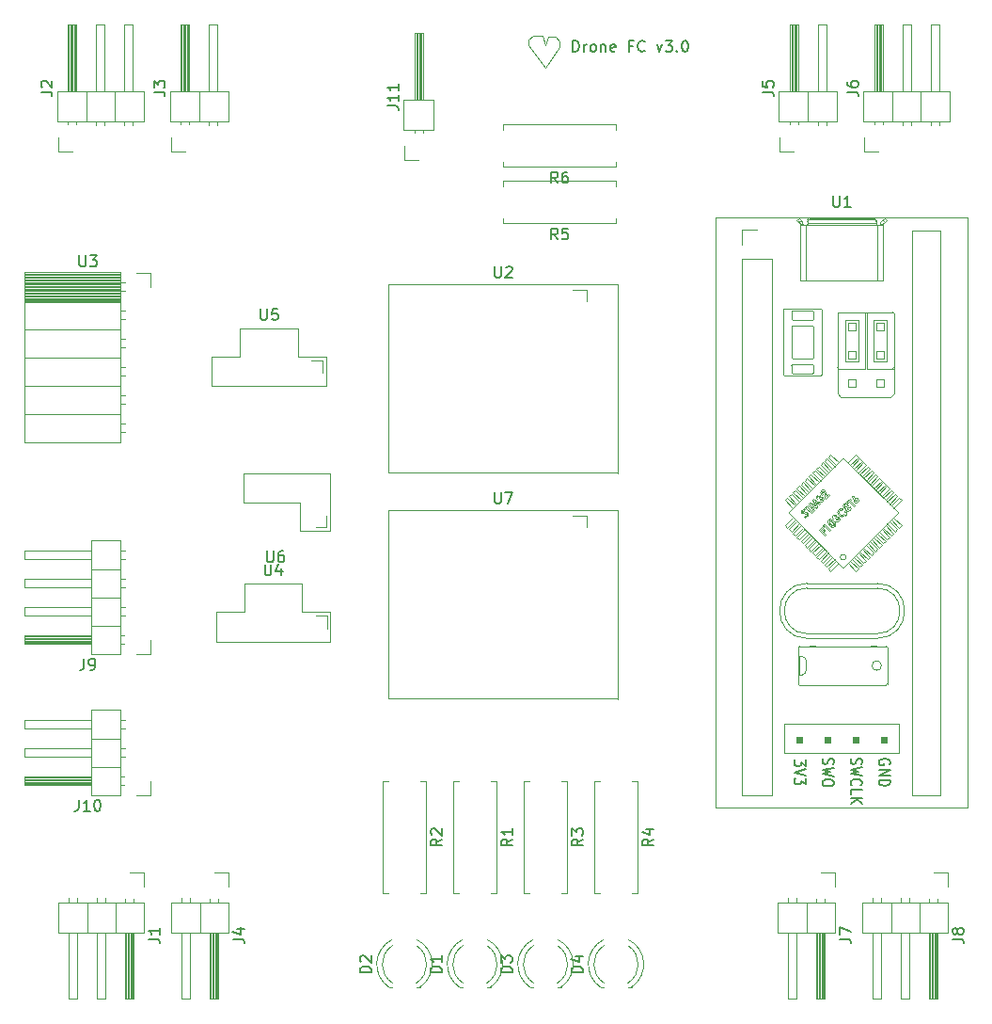
<source format=gbr>
%TF.GenerationSoftware,KiCad,Pcbnew,(5.1.10)-1*%
%TF.CreationDate,2021-12-09T15:29:57+01:00*%
%TF.ProjectId,flight controller,666c6967-6874-4206-936f-6e74726f6c6c,rev?*%
%TF.SameCoordinates,Original*%
%TF.FileFunction,Legend,Top*%
%TF.FilePolarity,Positive*%
%FSLAX46Y46*%
G04 Gerber Fmt 4.6, Leading zero omitted, Abs format (unit mm)*
G04 Created by KiCad (PCBNEW (5.1.10)-1) date 2021-12-09 15:29:57*
%MOMM*%
%LPD*%
G01*
G04 APERTURE LIST*
%ADD10C,0.120000*%
%ADD11C,0.150000*%
%ADD12C,0.100000*%
G04 APERTURE END LIST*
D10*
X154940000Y-59563000D02*
X154686000Y-58674000D01*
X155194000Y-58801000D02*
X154940000Y-59563000D01*
X155829000Y-58801000D02*
X155194000Y-58801000D01*
X156210000Y-59182000D02*
X155829000Y-58801000D01*
X156210000Y-59690000D02*
X156210000Y-59182000D01*
X154940000Y-61595000D02*
X156210000Y-59690000D01*
X153416000Y-59563000D02*
X154940000Y-61595000D01*
X153416000Y-59055000D02*
X153416000Y-59563000D01*
X153797000Y-58674000D02*
X153416000Y-59055000D01*
X154686000Y-58674000D02*
X153797000Y-58674000D01*
D11*
X157393333Y-60142380D02*
X157393333Y-59142380D01*
X157631428Y-59142380D01*
X157774285Y-59190000D01*
X157869523Y-59285238D01*
X157917142Y-59380476D01*
X157964761Y-59570952D01*
X157964761Y-59713809D01*
X157917142Y-59904285D01*
X157869523Y-59999523D01*
X157774285Y-60094761D01*
X157631428Y-60142380D01*
X157393333Y-60142380D01*
X158393333Y-60142380D02*
X158393333Y-59475714D01*
X158393333Y-59666190D02*
X158440952Y-59570952D01*
X158488571Y-59523333D01*
X158583809Y-59475714D01*
X158679047Y-59475714D01*
X159155238Y-60142380D02*
X159060000Y-60094761D01*
X159012380Y-60047142D01*
X158964761Y-59951904D01*
X158964761Y-59666190D01*
X159012380Y-59570952D01*
X159060000Y-59523333D01*
X159155238Y-59475714D01*
X159298095Y-59475714D01*
X159393333Y-59523333D01*
X159440952Y-59570952D01*
X159488571Y-59666190D01*
X159488571Y-59951904D01*
X159440952Y-60047142D01*
X159393333Y-60094761D01*
X159298095Y-60142380D01*
X159155238Y-60142380D01*
X159917142Y-59475714D02*
X159917142Y-60142380D01*
X159917142Y-59570952D02*
X159964761Y-59523333D01*
X160060000Y-59475714D01*
X160202857Y-59475714D01*
X160298095Y-59523333D01*
X160345714Y-59618571D01*
X160345714Y-60142380D01*
X161202857Y-60094761D02*
X161107619Y-60142380D01*
X160917142Y-60142380D01*
X160821904Y-60094761D01*
X160774285Y-59999523D01*
X160774285Y-59618571D01*
X160821904Y-59523333D01*
X160917142Y-59475714D01*
X161107619Y-59475714D01*
X161202857Y-59523333D01*
X161250476Y-59618571D01*
X161250476Y-59713809D01*
X160774285Y-59809047D01*
X162774285Y-59618571D02*
X162440952Y-59618571D01*
X162440952Y-60142380D02*
X162440952Y-59142380D01*
X162917142Y-59142380D01*
X163869523Y-60047142D02*
X163821904Y-60094761D01*
X163679047Y-60142380D01*
X163583809Y-60142380D01*
X163440952Y-60094761D01*
X163345714Y-59999523D01*
X163298095Y-59904285D01*
X163250476Y-59713809D01*
X163250476Y-59570952D01*
X163298095Y-59380476D01*
X163345714Y-59285238D01*
X163440952Y-59190000D01*
X163583809Y-59142380D01*
X163679047Y-59142380D01*
X163821904Y-59190000D01*
X163869523Y-59237619D01*
X164964761Y-59475714D02*
X165202857Y-60142380D01*
X165440952Y-59475714D01*
X165726666Y-59142380D02*
X166345714Y-59142380D01*
X166012380Y-59523333D01*
X166155238Y-59523333D01*
X166250476Y-59570952D01*
X166298095Y-59618571D01*
X166345714Y-59713809D01*
X166345714Y-59951904D01*
X166298095Y-60047142D01*
X166250476Y-60094761D01*
X166155238Y-60142380D01*
X165869523Y-60142380D01*
X165774285Y-60094761D01*
X165726666Y-60047142D01*
X166774285Y-60047142D02*
X166821904Y-60094761D01*
X166774285Y-60142380D01*
X166726666Y-60094761D01*
X166774285Y-60047142D01*
X166774285Y-60142380D01*
X167440952Y-59142380D02*
X167536190Y-59142380D01*
X167631428Y-59190000D01*
X167679047Y-59237619D01*
X167726666Y-59332857D01*
X167774285Y-59523333D01*
X167774285Y-59761428D01*
X167726666Y-59951904D01*
X167679047Y-60047142D01*
X167631428Y-60094761D01*
X167536190Y-60142380D01*
X167440952Y-60142380D01*
X167345714Y-60094761D01*
X167298095Y-60047142D01*
X167250476Y-59951904D01*
X167202857Y-59761428D01*
X167202857Y-59523333D01*
X167250476Y-59332857D01*
X167298095Y-59237619D01*
X167345714Y-59190000D01*
X167440952Y-59142380D01*
D10*
%TO.C,U5*%
X124904500Y-90233500D02*
X124904500Y-87566500D01*
X135191500Y-90233500D02*
X124904500Y-90233500D01*
X135191500Y-87566500D02*
X135191500Y-90233500D01*
X132651500Y-87566500D02*
X135191500Y-87566500D01*
X132651500Y-85026500D02*
X132651500Y-87566500D01*
X127444500Y-85026500D02*
X132651500Y-85026500D01*
X127444500Y-87566500D02*
X127444500Y-85026500D01*
X124904500Y-87566500D02*
X127444500Y-87566500D01*
X134874000Y-87884000D02*
X133858000Y-87884000D01*
X134874000Y-89027000D02*
X134874000Y-87884000D01*
X134874000Y-87884000D02*
X134874000Y-89027000D01*
%TO.C,U4*%
X125285500Y-113220500D02*
X125285500Y-110553500D01*
X135572500Y-113220500D02*
X125285500Y-113220500D01*
X135572500Y-110553500D02*
X135572500Y-113220500D01*
X133032500Y-110553500D02*
X135572500Y-110553500D01*
X133032500Y-108013500D02*
X133032500Y-110553500D01*
X127825500Y-108013500D02*
X133032500Y-108013500D01*
X127825500Y-110553500D02*
X127825500Y-108013500D01*
X125285500Y-110553500D02*
X127825500Y-110553500D01*
X135255000Y-110871000D02*
X134239000Y-110871000D01*
X135255000Y-112014000D02*
X135255000Y-110871000D01*
X135255000Y-110871000D02*
X135255000Y-112014000D01*
%TO.C,U6*%
X135509000Y-98044000D02*
X135509000Y-103251000D01*
X127762000Y-98044000D02*
X135509000Y-98044000D01*
X127762000Y-100711000D02*
X127762000Y-98044000D01*
X132842000Y-100711000D02*
X127762000Y-100711000D01*
X132842000Y-103251000D02*
X132842000Y-100711000D01*
X135509000Y-103251000D02*
X132842000Y-103251000D01*
X135191500Y-102933500D02*
X134302500Y-102933500D01*
X135191500Y-101917500D02*
X135191500Y-102933500D01*
%TO.C,D1*%
X147191000Y-144300000D02*
X147510000Y-144300000D01*
X149670000Y-144300000D02*
X149989000Y-144300000D01*
X149670961Y-140557287D02*
G75*
G02*
X149670000Y-143923330I-1080961J-1682713D01*
G01*
X147509039Y-140557287D02*
G75*
G03*
X147510000Y-143923330I1080961J-1682713D01*
G01*
X149670724Y-139996758D02*
G75*
G02*
X149988749Y-144300000I-1080724J-2243242D01*
G01*
X147509276Y-139996758D02*
G75*
G03*
X147191251Y-144300000I1080724J-2243242D01*
G01*
%TO.C,D2*%
X140841000Y-144300000D02*
X141160000Y-144300000D01*
X143320000Y-144300000D02*
X143639000Y-144300000D01*
X143320961Y-140557287D02*
G75*
G02*
X143320000Y-143923330I-1080961J-1682713D01*
G01*
X141159039Y-140557287D02*
G75*
G03*
X141160000Y-143923330I1080961J-1682713D01*
G01*
X143320724Y-139996758D02*
G75*
G02*
X143638749Y-144300000I-1080724J-2243242D01*
G01*
X141159276Y-139996758D02*
G75*
G03*
X140841251Y-144300000I1080724J-2243242D01*
G01*
%TO.C,D3*%
X153541000Y-144300000D02*
X153860000Y-144300000D01*
X156020000Y-144300000D02*
X156339000Y-144300000D01*
X156020961Y-140557287D02*
G75*
G02*
X156020000Y-143923330I-1080961J-1682713D01*
G01*
X153859039Y-140557287D02*
G75*
G03*
X153860000Y-143923330I1080961J-1682713D01*
G01*
X156020724Y-139996758D02*
G75*
G02*
X156338749Y-144300000I-1080724J-2243242D01*
G01*
X153859276Y-139996758D02*
G75*
G03*
X153541251Y-144300000I1080724J-2243242D01*
G01*
%TO.C,D4*%
X159891000Y-144300000D02*
X160210000Y-144300000D01*
X162370000Y-144300000D02*
X162689000Y-144300000D01*
X162370961Y-140557287D02*
G75*
G02*
X162370000Y-143923330I-1080961J-1682713D01*
G01*
X160209039Y-140557287D02*
G75*
G03*
X160210000Y-143923330I1080961J-1682713D01*
G01*
X162370724Y-139996758D02*
G75*
G02*
X162688749Y-144300000I-1080724J-2243242D01*
G01*
X160209276Y-139996758D02*
G75*
G03*
X159891251Y-144300000I1080724J-2243242D01*
G01*
%TO.C,J1*%
X118805000Y-136695000D02*
X111065000Y-136695000D01*
X111065000Y-136695000D02*
X111065000Y-139355000D01*
X111065000Y-139355000D02*
X118805000Y-139355000D01*
X118805000Y-139355000D02*
X118805000Y-136695000D01*
X117855000Y-139355000D02*
X117855000Y-145355000D01*
X117855000Y-145355000D02*
X117095000Y-145355000D01*
X117095000Y-145355000D02*
X117095000Y-139355000D01*
X117795000Y-139355000D02*
X117795000Y-145355000D01*
X117675000Y-139355000D02*
X117675000Y-145355000D01*
X117555000Y-139355000D02*
X117555000Y-145355000D01*
X117435000Y-139355000D02*
X117435000Y-145355000D01*
X117315000Y-139355000D02*
X117315000Y-145355000D01*
X117195000Y-139355000D02*
X117195000Y-145355000D01*
X117855000Y-136365000D02*
X117855000Y-136695000D01*
X117095000Y-136365000D02*
X117095000Y-136695000D01*
X116205000Y-136695000D02*
X116205000Y-139355000D01*
X115315000Y-139355000D02*
X115315000Y-145355000D01*
X115315000Y-145355000D02*
X114555000Y-145355000D01*
X114555000Y-145355000D02*
X114555000Y-139355000D01*
X115315000Y-136297929D02*
X115315000Y-136695000D01*
X114555000Y-136297929D02*
X114555000Y-136695000D01*
X113665000Y-136695000D02*
X113665000Y-139355000D01*
X112775000Y-139355000D02*
X112775000Y-145355000D01*
X112775000Y-145355000D02*
X112015000Y-145355000D01*
X112015000Y-145355000D02*
X112015000Y-139355000D01*
X112775000Y-136297929D02*
X112775000Y-136695000D01*
X112015000Y-136297929D02*
X112015000Y-136695000D01*
X117475000Y-133985000D02*
X118745000Y-133985000D01*
X118745000Y-133985000D02*
X118745000Y-135255000D01*
%TO.C,J2*%
X111001500Y-66378000D02*
X118741500Y-66378000D01*
X118741500Y-66378000D02*
X118741500Y-63718000D01*
X118741500Y-63718000D02*
X111001500Y-63718000D01*
X111001500Y-63718000D02*
X111001500Y-66378000D01*
X111951500Y-63718000D02*
X111951500Y-57718000D01*
X111951500Y-57718000D02*
X112711500Y-57718000D01*
X112711500Y-57718000D02*
X112711500Y-63718000D01*
X112011500Y-63718000D02*
X112011500Y-57718000D01*
X112131500Y-63718000D02*
X112131500Y-57718000D01*
X112251500Y-63718000D02*
X112251500Y-57718000D01*
X112371500Y-63718000D02*
X112371500Y-57718000D01*
X112491500Y-63718000D02*
X112491500Y-57718000D01*
X112611500Y-63718000D02*
X112611500Y-57718000D01*
X111951500Y-66708000D02*
X111951500Y-66378000D01*
X112711500Y-66708000D02*
X112711500Y-66378000D01*
X113601500Y-66378000D02*
X113601500Y-63718000D01*
X114491500Y-63718000D02*
X114491500Y-57718000D01*
X114491500Y-57718000D02*
X115251500Y-57718000D01*
X115251500Y-57718000D02*
X115251500Y-63718000D01*
X114491500Y-66775071D02*
X114491500Y-66378000D01*
X115251500Y-66775071D02*
X115251500Y-66378000D01*
X116141500Y-66378000D02*
X116141500Y-63718000D01*
X117031500Y-63718000D02*
X117031500Y-57718000D01*
X117031500Y-57718000D02*
X117791500Y-57718000D01*
X117791500Y-57718000D02*
X117791500Y-63718000D01*
X117031500Y-66775071D02*
X117031500Y-66378000D01*
X117791500Y-66775071D02*
X117791500Y-66378000D01*
X112331500Y-69088000D02*
X111061500Y-69088000D01*
X111061500Y-69088000D02*
X111061500Y-67818000D01*
%TO.C,J3*%
X121161500Y-66378000D02*
X126361500Y-66378000D01*
X126361500Y-66378000D02*
X126361500Y-63718000D01*
X126361500Y-63718000D02*
X121161500Y-63718000D01*
X121161500Y-63718000D02*
X121161500Y-66378000D01*
X122111500Y-63718000D02*
X122111500Y-57718000D01*
X122111500Y-57718000D02*
X122871500Y-57718000D01*
X122871500Y-57718000D02*
X122871500Y-63718000D01*
X122171500Y-63718000D02*
X122171500Y-57718000D01*
X122291500Y-63718000D02*
X122291500Y-57718000D01*
X122411500Y-63718000D02*
X122411500Y-57718000D01*
X122531500Y-63718000D02*
X122531500Y-57718000D01*
X122651500Y-63718000D02*
X122651500Y-57718000D01*
X122771500Y-63718000D02*
X122771500Y-57718000D01*
X122111500Y-66708000D02*
X122111500Y-66378000D01*
X122871500Y-66708000D02*
X122871500Y-66378000D01*
X123761500Y-66378000D02*
X123761500Y-63718000D01*
X124651500Y-63718000D02*
X124651500Y-57718000D01*
X124651500Y-57718000D02*
X125411500Y-57718000D01*
X125411500Y-57718000D02*
X125411500Y-63718000D01*
X124651500Y-66775071D02*
X124651500Y-66378000D01*
X125411500Y-66775071D02*
X125411500Y-66378000D01*
X122491500Y-69088000D02*
X121221500Y-69088000D01*
X121221500Y-69088000D02*
X121221500Y-67818000D01*
%TO.C,J4*%
X126425000Y-136695000D02*
X121225000Y-136695000D01*
X121225000Y-136695000D02*
X121225000Y-139355000D01*
X121225000Y-139355000D02*
X126425000Y-139355000D01*
X126425000Y-139355000D02*
X126425000Y-136695000D01*
X125475000Y-139355000D02*
X125475000Y-145355000D01*
X125475000Y-145355000D02*
X124715000Y-145355000D01*
X124715000Y-145355000D02*
X124715000Y-139355000D01*
X125415000Y-139355000D02*
X125415000Y-145355000D01*
X125295000Y-139355000D02*
X125295000Y-145355000D01*
X125175000Y-139355000D02*
X125175000Y-145355000D01*
X125055000Y-139355000D02*
X125055000Y-145355000D01*
X124935000Y-139355000D02*
X124935000Y-145355000D01*
X124815000Y-139355000D02*
X124815000Y-145355000D01*
X125475000Y-136365000D02*
X125475000Y-136695000D01*
X124715000Y-136365000D02*
X124715000Y-136695000D01*
X123825000Y-136695000D02*
X123825000Y-139355000D01*
X122935000Y-139355000D02*
X122935000Y-145355000D01*
X122935000Y-145355000D02*
X122175000Y-145355000D01*
X122175000Y-145355000D02*
X122175000Y-139355000D01*
X122935000Y-136297929D02*
X122935000Y-136695000D01*
X122175000Y-136297929D02*
X122175000Y-136695000D01*
X125095000Y-133985000D02*
X126365000Y-133985000D01*
X126365000Y-133985000D02*
X126365000Y-135255000D01*
%TO.C,J5*%
X175962000Y-66378000D02*
X181162000Y-66378000D01*
X181162000Y-66378000D02*
X181162000Y-63718000D01*
X181162000Y-63718000D02*
X175962000Y-63718000D01*
X175962000Y-63718000D02*
X175962000Y-66378000D01*
X176912000Y-63718000D02*
X176912000Y-57718000D01*
X176912000Y-57718000D02*
X177672000Y-57718000D01*
X177672000Y-57718000D02*
X177672000Y-63718000D01*
X176972000Y-63718000D02*
X176972000Y-57718000D01*
X177092000Y-63718000D02*
X177092000Y-57718000D01*
X177212000Y-63718000D02*
X177212000Y-57718000D01*
X177332000Y-63718000D02*
X177332000Y-57718000D01*
X177452000Y-63718000D02*
X177452000Y-57718000D01*
X177572000Y-63718000D02*
X177572000Y-57718000D01*
X176912000Y-66708000D02*
X176912000Y-66378000D01*
X177672000Y-66708000D02*
X177672000Y-66378000D01*
X178562000Y-66378000D02*
X178562000Y-63718000D01*
X179452000Y-63718000D02*
X179452000Y-57718000D01*
X179452000Y-57718000D02*
X180212000Y-57718000D01*
X180212000Y-57718000D02*
X180212000Y-63718000D01*
X179452000Y-66775071D02*
X179452000Y-66378000D01*
X180212000Y-66775071D02*
X180212000Y-66378000D01*
X177292000Y-69088000D02*
X176022000Y-69088000D01*
X176022000Y-69088000D02*
X176022000Y-67818000D01*
%TO.C,J6*%
X183582000Y-66378000D02*
X191322000Y-66378000D01*
X191322000Y-66378000D02*
X191322000Y-63718000D01*
X191322000Y-63718000D02*
X183582000Y-63718000D01*
X183582000Y-63718000D02*
X183582000Y-66378000D01*
X184532000Y-63718000D02*
X184532000Y-57718000D01*
X184532000Y-57718000D02*
X185292000Y-57718000D01*
X185292000Y-57718000D02*
X185292000Y-63718000D01*
X184592000Y-63718000D02*
X184592000Y-57718000D01*
X184712000Y-63718000D02*
X184712000Y-57718000D01*
X184832000Y-63718000D02*
X184832000Y-57718000D01*
X184952000Y-63718000D02*
X184952000Y-57718000D01*
X185072000Y-63718000D02*
X185072000Y-57718000D01*
X185192000Y-63718000D02*
X185192000Y-57718000D01*
X184532000Y-66708000D02*
X184532000Y-66378000D01*
X185292000Y-66708000D02*
X185292000Y-66378000D01*
X186182000Y-66378000D02*
X186182000Y-63718000D01*
X187072000Y-63718000D02*
X187072000Y-57718000D01*
X187072000Y-57718000D02*
X187832000Y-57718000D01*
X187832000Y-57718000D02*
X187832000Y-63718000D01*
X187072000Y-66775071D02*
X187072000Y-66378000D01*
X187832000Y-66775071D02*
X187832000Y-66378000D01*
X188722000Y-66378000D02*
X188722000Y-63718000D01*
X189612000Y-63718000D02*
X189612000Y-57718000D01*
X189612000Y-57718000D02*
X190372000Y-57718000D01*
X190372000Y-57718000D02*
X190372000Y-63718000D01*
X189612000Y-66775071D02*
X189612000Y-66378000D01*
X190372000Y-66775071D02*
X190372000Y-66378000D01*
X184912000Y-69088000D02*
X183642000Y-69088000D01*
X183642000Y-69088000D02*
X183642000Y-67818000D01*
%TO.C,J7*%
X181035000Y-136695000D02*
X175835000Y-136695000D01*
X175835000Y-136695000D02*
X175835000Y-139355000D01*
X175835000Y-139355000D02*
X181035000Y-139355000D01*
X181035000Y-139355000D02*
X181035000Y-136695000D01*
X180085000Y-139355000D02*
X180085000Y-145355000D01*
X180085000Y-145355000D02*
X179325000Y-145355000D01*
X179325000Y-145355000D02*
X179325000Y-139355000D01*
X180025000Y-139355000D02*
X180025000Y-145355000D01*
X179905000Y-139355000D02*
X179905000Y-145355000D01*
X179785000Y-139355000D02*
X179785000Y-145355000D01*
X179665000Y-139355000D02*
X179665000Y-145355000D01*
X179545000Y-139355000D02*
X179545000Y-145355000D01*
X179425000Y-139355000D02*
X179425000Y-145355000D01*
X180085000Y-136365000D02*
X180085000Y-136695000D01*
X179325000Y-136365000D02*
X179325000Y-136695000D01*
X178435000Y-136695000D02*
X178435000Y-139355000D01*
X177545000Y-139355000D02*
X177545000Y-145355000D01*
X177545000Y-145355000D02*
X176785000Y-145355000D01*
X176785000Y-145355000D02*
X176785000Y-139355000D01*
X177545000Y-136297929D02*
X177545000Y-136695000D01*
X176785000Y-136297929D02*
X176785000Y-136695000D01*
X179705000Y-133985000D02*
X180975000Y-133985000D01*
X180975000Y-133985000D02*
X180975000Y-135255000D01*
%TO.C,J8*%
X191195000Y-136695000D02*
X183455000Y-136695000D01*
X183455000Y-136695000D02*
X183455000Y-139355000D01*
X183455000Y-139355000D02*
X191195000Y-139355000D01*
X191195000Y-139355000D02*
X191195000Y-136695000D01*
X190245000Y-139355000D02*
X190245000Y-145355000D01*
X190245000Y-145355000D02*
X189485000Y-145355000D01*
X189485000Y-145355000D02*
X189485000Y-139355000D01*
X190185000Y-139355000D02*
X190185000Y-145355000D01*
X190065000Y-139355000D02*
X190065000Y-145355000D01*
X189945000Y-139355000D02*
X189945000Y-145355000D01*
X189825000Y-139355000D02*
X189825000Y-145355000D01*
X189705000Y-139355000D02*
X189705000Y-145355000D01*
X189585000Y-139355000D02*
X189585000Y-145355000D01*
X190245000Y-136365000D02*
X190245000Y-136695000D01*
X189485000Y-136365000D02*
X189485000Y-136695000D01*
X188595000Y-136695000D02*
X188595000Y-139355000D01*
X187705000Y-139355000D02*
X187705000Y-145355000D01*
X187705000Y-145355000D02*
X186945000Y-145355000D01*
X186945000Y-145355000D02*
X186945000Y-139355000D01*
X187705000Y-136297929D02*
X187705000Y-136695000D01*
X186945000Y-136297929D02*
X186945000Y-136695000D01*
X186055000Y-136695000D02*
X186055000Y-139355000D01*
X185165000Y-139355000D02*
X185165000Y-145355000D01*
X185165000Y-145355000D02*
X184405000Y-145355000D01*
X184405000Y-145355000D02*
X184405000Y-139355000D01*
X185165000Y-136297929D02*
X185165000Y-136695000D01*
X184405000Y-136297929D02*
X184405000Y-136695000D01*
X189865000Y-133985000D02*
X191135000Y-133985000D01*
X191135000Y-133985000D02*
X191135000Y-135255000D01*
%TO.C,J9*%
X116670000Y-114360000D02*
X116670000Y-104080000D01*
X116670000Y-104080000D02*
X114010000Y-104080000D01*
X114010000Y-104080000D02*
X114010000Y-114360000D01*
X114010000Y-114360000D02*
X116670000Y-114360000D01*
X114010000Y-113410000D02*
X108010000Y-113410000D01*
X108010000Y-113410000D02*
X108010000Y-112650000D01*
X108010000Y-112650000D02*
X114010000Y-112650000D01*
X114010000Y-113350000D02*
X108010000Y-113350000D01*
X114010000Y-113230000D02*
X108010000Y-113230000D01*
X114010000Y-113110000D02*
X108010000Y-113110000D01*
X114010000Y-112990000D02*
X108010000Y-112990000D01*
X114010000Y-112870000D02*
X108010000Y-112870000D01*
X114010000Y-112750000D02*
X108010000Y-112750000D01*
X117000000Y-113410000D02*
X116670000Y-113410000D01*
X117000000Y-112650000D02*
X116670000Y-112650000D01*
X116670000Y-111760000D02*
X114010000Y-111760000D01*
X114010000Y-110870000D02*
X108010000Y-110870000D01*
X108010000Y-110870000D02*
X108010000Y-110110000D01*
X108010000Y-110110000D02*
X114010000Y-110110000D01*
X117067071Y-110870000D02*
X116670000Y-110870000D01*
X117067071Y-110110000D02*
X116670000Y-110110000D01*
X116670000Y-109220000D02*
X114010000Y-109220000D01*
X114010000Y-108330000D02*
X108010000Y-108330000D01*
X108010000Y-108330000D02*
X108010000Y-107570000D01*
X108010000Y-107570000D02*
X114010000Y-107570000D01*
X117067071Y-108330000D02*
X116670000Y-108330000D01*
X117067071Y-107570000D02*
X116670000Y-107570000D01*
X116670000Y-106680000D02*
X114010000Y-106680000D01*
X114010000Y-105790000D02*
X108010000Y-105790000D01*
X108010000Y-105790000D02*
X108010000Y-105030000D01*
X108010000Y-105030000D02*
X114010000Y-105030000D01*
X117067071Y-105790000D02*
X116670000Y-105790000D01*
X117067071Y-105030000D02*
X116670000Y-105030000D01*
X119380000Y-113030000D02*
X119380000Y-114300000D01*
X119380000Y-114300000D02*
X118110000Y-114300000D01*
%TO.C,J10*%
X116670000Y-127060000D02*
X116670000Y-119320000D01*
X116670000Y-119320000D02*
X114010000Y-119320000D01*
X114010000Y-119320000D02*
X114010000Y-127060000D01*
X114010000Y-127060000D02*
X116670000Y-127060000D01*
X114010000Y-126110000D02*
X108010000Y-126110000D01*
X108010000Y-126110000D02*
X108010000Y-125350000D01*
X108010000Y-125350000D02*
X114010000Y-125350000D01*
X114010000Y-126050000D02*
X108010000Y-126050000D01*
X114010000Y-125930000D02*
X108010000Y-125930000D01*
X114010000Y-125810000D02*
X108010000Y-125810000D01*
X114010000Y-125690000D02*
X108010000Y-125690000D01*
X114010000Y-125570000D02*
X108010000Y-125570000D01*
X114010000Y-125450000D02*
X108010000Y-125450000D01*
X117000000Y-126110000D02*
X116670000Y-126110000D01*
X117000000Y-125350000D02*
X116670000Y-125350000D01*
X116670000Y-124460000D02*
X114010000Y-124460000D01*
X114010000Y-123570000D02*
X108010000Y-123570000D01*
X108010000Y-123570000D02*
X108010000Y-122810000D01*
X108010000Y-122810000D02*
X114010000Y-122810000D01*
X117067071Y-123570000D02*
X116670000Y-123570000D01*
X117067071Y-122810000D02*
X116670000Y-122810000D01*
X116670000Y-121920000D02*
X114010000Y-121920000D01*
X114010000Y-121030000D02*
X108010000Y-121030000D01*
X108010000Y-121030000D02*
X108010000Y-120270000D01*
X108010000Y-120270000D02*
X114010000Y-120270000D01*
X117067071Y-121030000D02*
X116670000Y-121030000D01*
X117067071Y-120270000D02*
X116670000Y-120270000D01*
X119380000Y-125730000D02*
X119380000Y-127000000D01*
X119380000Y-127000000D02*
X118110000Y-127000000D01*
%TO.C,J11*%
X142180000Y-67140000D02*
X144840000Y-67140000D01*
X144840000Y-67140000D02*
X144840000Y-64480000D01*
X144840000Y-64480000D02*
X142180000Y-64480000D01*
X142180000Y-64480000D02*
X142180000Y-67140000D01*
X143130000Y-64480000D02*
X143130000Y-58480000D01*
X143130000Y-58480000D02*
X143890000Y-58480000D01*
X143890000Y-58480000D02*
X143890000Y-64480000D01*
X143190000Y-64480000D02*
X143190000Y-58480000D01*
X143310000Y-64480000D02*
X143310000Y-58480000D01*
X143430000Y-64480000D02*
X143430000Y-58480000D01*
X143550000Y-64480000D02*
X143550000Y-58480000D01*
X143670000Y-64480000D02*
X143670000Y-58480000D01*
X143790000Y-64480000D02*
X143790000Y-58480000D01*
X143130000Y-67470000D02*
X143130000Y-67140000D01*
X143890000Y-67470000D02*
X143890000Y-67140000D01*
X143510000Y-69850000D02*
X142240000Y-69850000D01*
X142240000Y-69850000D02*
X142240000Y-68580000D01*
%TO.C,R1*%
X150030000Y-125740000D02*
X150510000Y-125740000D01*
X150510000Y-125740000D02*
X150510000Y-135880000D01*
X150510000Y-135880000D02*
X150030000Y-135880000D01*
X147150000Y-125740000D02*
X146670000Y-125740000D01*
X146670000Y-125740000D02*
X146670000Y-135880000D01*
X146670000Y-135880000D02*
X147150000Y-135880000D01*
%TO.C,R2*%
X143680000Y-125740000D02*
X144160000Y-125740000D01*
X144160000Y-125740000D02*
X144160000Y-135880000D01*
X144160000Y-135880000D02*
X143680000Y-135880000D01*
X140800000Y-125740000D02*
X140320000Y-125740000D01*
X140320000Y-125740000D02*
X140320000Y-135880000D01*
X140320000Y-135880000D02*
X140800000Y-135880000D01*
%TO.C,R3*%
X156380000Y-125740000D02*
X156860000Y-125740000D01*
X156860000Y-125740000D02*
X156860000Y-135880000D01*
X156860000Y-135880000D02*
X156380000Y-135880000D01*
X153500000Y-125740000D02*
X153020000Y-125740000D01*
X153020000Y-125740000D02*
X153020000Y-135880000D01*
X153020000Y-135880000D02*
X153500000Y-135880000D01*
%TO.C,R4*%
X162730000Y-125740000D02*
X163210000Y-125740000D01*
X163210000Y-125740000D02*
X163210000Y-135880000D01*
X163210000Y-135880000D02*
X162730000Y-135880000D01*
X159850000Y-125740000D02*
X159370000Y-125740000D01*
X159370000Y-125740000D02*
X159370000Y-135880000D01*
X159370000Y-135880000D02*
X159850000Y-135880000D01*
%TO.C,R5*%
X161280000Y-75100000D02*
X161280000Y-75580000D01*
X161280000Y-75580000D02*
X151140000Y-75580000D01*
X151140000Y-75580000D02*
X151140000Y-75100000D01*
X161280000Y-72220000D02*
X161280000Y-71740000D01*
X161280000Y-71740000D02*
X151140000Y-71740000D01*
X151140000Y-71740000D02*
X151140000Y-72220000D01*
%TO.C,R6*%
X161280000Y-70020000D02*
X161280000Y-70500000D01*
X161280000Y-70500000D02*
X151140000Y-70500000D01*
X151140000Y-70500000D02*
X151140000Y-70020000D01*
X161280000Y-67140000D02*
X161280000Y-66660000D01*
X161280000Y-66660000D02*
X151140000Y-66660000D01*
X151140000Y-66660000D02*
X151140000Y-67140000D01*
%TO.C,U1*%
X172660000Y-76140000D02*
X173990000Y-76140000D01*
X172660000Y-77470000D02*
X172660000Y-76140000D01*
X187960000Y-127000000D02*
X187960000Y-76200000D01*
X190500000Y-127000000D02*
X187960000Y-127000000D01*
X190500000Y-76200000D02*
X190500000Y-127000000D01*
X187960000Y-76200000D02*
X190500000Y-76200000D01*
X172660000Y-127060000D02*
X172660000Y-78740000D01*
X175320000Y-127060000D02*
X172660000Y-127060000D01*
X175320000Y-78740000D02*
X175320000Y-127060000D01*
X172660000Y-78740000D02*
X175320000Y-78740000D01*
D12*
G36*
X185173620Y-121765060D02*
G01*
X185173620Y-122273060D01*
X185681620Y-122273060D01*
X185681620Y-121765060D01*
X185173620Y-121765060D01*
G37*
X185173620Y-121765060D02*
X185173620Y-122273060D01*
X185681620Y-122273060D01*
X185681620Y-121765060D01*
X185173620Y-121765060D01*
G36*
X182633620Y-121765060D02*
G01*
X182633620Y-122273060D01*
X183141620Y-122273060D01*
X183141620Y-121765060D01*
X182633620Y-121765060D01*
G37*
X182633620Y-121765060D02*
X182633620Y-122273060D01*
X183141620Y-122273060D01*
X183141620Y-121765060D01*
X182633620Y-121765060D01*
G36*
X180093620Y-121765060D02*
G01*
X180093620Y-122273060D01*
X180601620Y-122273060D01*
X180601620Y-121765060D01*
X180093620Y-121765060D01*
G37*
X180093620Y-121765060D02*
X180093620Y-122273060D01*
X180601620Y-122273060D01*
X180601620Y-121765060D01*
X180093620Y-121765060D01*
G36*
X177553620Y-121765060D02*
G01*
X177553620Y-122273060D01*
X178061620Y-122273060D01*
X178061620Y-121765060D01*
X177553620Y-121765060D01*
G37*
X177553620Y-121765060D02*
X177553620Y-122273060D01*
X178061620Y-122273060D01*
X178061620Y-121765060D01*
X177553620Y-121765060D01*
D10*
X186750000Y-120590000D02*
X176470000Y-120590000D01*
X186750000Y-123250000D02*
X186750000Y-120590000D01*
X176470000Y-123250000D02*
X186750000Y-123250000D01*
X176470000Y-120590000D02*
X176470000Y-123250000D01*
X170235000Y-128175000D02*
X170235000Y-75025000D01*
X192985000Y-128175000D02*
X170235000Y-128175000D01*
X192985000Y-75025000D02*
X192985000Y-128175000D01*
X170235000Y-75025000D02*
X192985000Y-75025000D01*
X181687586Y-101325152D02*
X181545003Y-101346234D01*
X181545003Y-101346234D02*
X181450255Y-101408229D01*
X182039227Y-101541449D02*
X182005512Y-101739237D01*
X182005512Y-101739237D02*
X181914825Y-101868337D01*
X181358786Y-101309323D02*
X181532176Y-101205568D01*
X181532176Y-101205568D02*
X181690667Y-101188639D01*
X180085335Y-99989978D02*
X180070050Y-99838478D01*
X180070050Y-99838478D02*
X180017025Y-99732569D01*
X179877112Y-99731400D02*
X179852298Y-99777327D01*
X179852298Y-99777327D02*
X179855551Y-99829758D01*
X179855551Y-99829758D02*
X179898891Y-99899996D01*
X185306427Y-75741500D02*
X185301486Y-75749669D01*
X185301486Y-75749669D02*
X185299896Y-75750000D01*
X177913572Y-75741500D02*
X177918513Y-75749669D01*
X177918513Y-75749669D02*
X177920103Y-75750000D01*
X178323623Y-101883210D02*
X178414185Y-101893743D01*
X178414185Y-101893743D02*
X178448932Y-101884597D01*
X178448932Y-101884597D02*
X178478515Y-101864300D01*
X178402026Y-101585962D02*
X178508398Y-101604959D01*
X178508398Y-101604959D02*
X178578483Y-101652784D01*
X178272524Y-101593080D02*
X178344997Y-101588084D01*
X178344997Y-101588084D02*
X178402026Y-101585962D01*
X178132080Y-101596692D02*
X178210755Y-101596718D01*
X178210755Y-101596718D02*
X178272524Y-101593080D01*
X178097872Y-101580119D02*
X178115741Y-101592121D01*
X178115741Y-101592121D02*
X178132080Y-101596692D01*
X185195021Y-115372809D02*
G75*
G03*
X185195021Y-115372809I-425876J0D01*
G01*
X179361761Y-100341938D02*
X179321271Y-100270832D01*
X179321271Y-100270832D02*
X179308962Y-100207762D01*
X179308962Y-100207762D02*
X179329459Y-100107095D01*
X179329459Y-100107095D02*
X179376847Y-100041290D01*
X179841842Y-100346081D02*
X179817332Y-100328131D01*
X179817332Y-100328131D02*
X179788451Y-100318751D01*
X179788451Y-100318751D02*
X179728152Y-100323606D01*
X179728152Y-100323606D02*
X179626927Y-100389532D01*
X179538538Y-100301144D02*
X179590222Y-100222287D01*
X179590222Y-100222287D02*
X179595137Y-100175506D01*
X179595137Y-100175506D02*
X179588399Y-100152842D01*
X179588399Y-100152842D02*
X179574871Y-100133503D01*
X181994498Y-105618576D02*
G75*
G03*
X181994498Y-105618576I-250000J0D01*
G01*
X182765457Y-100686037D02*
X182707659Y-100597483D01*
X182707659Y-100597483D02*
X182678449Y-100519140D01*
X182122729Y-100845603D02*
X182172435Y-100925782D01*
X182172435Y-100925782D02*
X182185514Y-100999327D01*
X182034872Y-101424058D02*
X181972608Y-101315031D01*
X181972608Y-101315031D02*
X181969112Y-101215729D01*
X181969112Y-101215729D02*
X181876495Y-101193372D01*
X181876495Y-101193372D02*
X181815282Y-101150075D01*
X181358786Y-101309323D02*
X181532176Y-101205568D01*
X181532176Y-101205568D02*
X181690667Y-101188639D01*
X181687586Y-101325152D02*
X181545003Y-101346234D01*
X181545003Y-101346234D02*
X181450255Y-101408229D01*
X182039227Y-101541449D02*
X182005512Y-101739237D01*
X182005512Y-101739237D02*
X181914825Y-101868337D01*
X180823569Y-102130102D02*
X180783079Y-102058996D01*
X180783079Y-102058996D02*
X180770769Y-101995926D01*
X180770769Y-101995926D02*
X180791266Y-101895259D01*
X180791266Y-101895259D02*
X180838654Y-101829455D01*
X181303649Y-102134246D02*
X181279139Y-102116296D01*
X181279139Y-102116296D02*
X181250258Y-102106916D01*
X181250258Y-102106916D02*
X181189959Y-102111770D01*
X181189959Y-102111770D02*
X181088734Y-102177696D01*
X181000345Y-102089308D02*
X181052029Y-102010451D01*
X181052029Y-102010451D02*
X181056944Y-101963670D01*
X181056944Y-101963670D02*
X181050206Y-101941006D01*
X181050206Y-101941006D02*
X181036678Y-101921667D01*
X180354537Y-102457840D02*
X180362776Y-102333010D01*
X180362776Y-102333010D02*
X180417429Y-102250680D01*
X180417429Y-102250680D02*
X180469733Y-102209572D01*
X180469733Y-102209572D02*
X180531348Y-102184728D01*
X180531348Y-102184728D02*
X180597609Y-102180244D01*
X180597609Y-102180244D02*
X180662570Y-102194603D01*
X180662570Y-102194603D02*
X180778459Y-102259465D01*
X180778459Y-102259465D02*
X180878174Y-102347886D01*
X180878174Y-102347886D02*
X180966220Y-102447084D01*
X180966220Y-102447084D02*
X181031233Y-102562190D01*
X181031233Y-102562190D02*
X181046884Y-102626539D01*
X181046884Y-102626539D02*
X181044126Y-102692564D01*
X181044126Y-102692564D02*
X181019035Y-102753696D01*
X181019035Y-102753696D02*
X180977717Y-102805445D01*
X180977717Y-102805445D02*
X180926418Y-102846557D01*
X180926418Y-102846557D02*
X180866026Y-102872241D01*
X180866026Y-102872241D02*
X180800594Y-102877266D01*
X180800594Y-102877266D02*
X180736271Y-102863761D01*
X180736271Y-102863761D02*
X180621315Y-102800602D01*
X180621315Y-102800602D02*
X180522815Y-102713232D01*
X180522815Y-102713232D02*
X180410801Y-102581107D01*
X180410801Y-102581107D02*
X180354537Y-102457840D01*
X179877112Y-99731400D02*
X179852298Y-99777327D01*
X179852298Y-99777327D02*
X179855551Y-99829758D01*
X179855551Y-99829758D02*
X179898891Y-99899996D01*
X180085335Y-99989978D02*
X180070050Y-99838478D01*
X180070050Y-99838478D02*
X180017025Y-99732569D01*
X179361761Y-100341938D02*
X179321271Y-100270832D01*
X179321271Y-100270832D02*
X179308962Y-100207762D01*
X179308962Y-100207762D02*
X179329459Y-100107095D01*
X179329459Y-100107095D02*
X179376847Y-100041290D01*
X179841842Y-100346081D02*
X179817332Y-100328131D01*
X179817332Y-100328131D02*
X179788451Y-100318751D01*
X179788451Y-100318751D02*
X179728152Y-100323606D01*
X179728152Y-100323606D02*
X179626927Y-100389532D01*
X179538538Y-100301144D02*
X179590222Y-100222287D01*
X179590222Y-100222287D02*
X179595137Y-100175506D01*
X179595137Y-100175506D02*
X179588399Y-100152842D01*
X179588399Y-100152842D02*
X179574871Y-100133503D01*
X178097872Y-101580119D02*
X178115741Y-101592121D01*
X178115741Y-101592121D02*
X178132080Y-101596692D01*
X178132080Y-101596692D02*
X178210755Y-101596718D01*
X178210755Y-101596718D02*
X178272524Y-101593080D01*
X178272524Y-101593080D02*
X178344997Y-101588084D01*
X178344997Y-101588084D02*
X178402026Y-101585962D01*
X178402026Y-101585962D02*
X178508398Y-101604959D01*
X178508398Y-101604959D02*
X178578483Y-101652784D01*
X178323623Y-101883210D02*
X178414185Y-101893743D01*
X178414185Y-101893743D02*
X178448932Y-101884597D01*
X178448932Y-101884597D02*
X178478515Y-101864300D01*
X180782987Y-102443074D02*
X180661389Y-102342563D01*
X180661389Y-102342563D02*
X180587089Y-102317809D01*
X180587089Y-102317809D02*
X180548056Y-102322479D01*
X180548056Y-102322479D02*
X180514953Y-102343531D01*
X180514953Y-102343531D02*
X180492581Y-102377552D01*
X180492581Y-102377552D02*
X180486047Y-102417725D01*
X180486047Y-102417725D02*
X180513847Y-102493989D01*
X180513847Y-102493989D02*
X180619064Y-102619107D01*
X180619064Y-102619107D02*
X180738762Y-102716368D01*
X180738762Y-102716368D02*
X180812121Y-102738209D01*
X180812121Y-102738209D02*
X180850038Y-102731859D01*
X180850038Y-102731859D02*
X180882105Y-102710682D01*
X180903777Y-102616132D02*
X180845817Y-102512677D01*
X180845817Y-102512677D02*
X180782987Y-102443074D01*
X182122729Y-100845603D02*
X182172435Y-100925782D01*
X182172435Y-100925782D02*
X182185514Y-100999327D01*
X181969112Y-101215729D02*
X181876495Y-101193372D01*
X181876495Y-101193372D02*
X181815282Y-101150075D01*
X182034872Y-101424058D02*
X181972608Y-101315031D01*
X181972608Y-101315031D02*
X181969112Y-101215729D01*
X181000345Y-102089308D02*
X181052029Y-102010451D01*
X181052029Y-102010451D02*
X181056944Y-101963670D01*
X181056944Y-101963670D02*
X181050206Y-101941006D01*
X181050206Y-101941006D02*
X181036678Y-101921667D01*
X181303649Y-102134246D02*
X181279139Y-102116296D01*
X181279139Y-102116296D02*
X181250258Y-102106916D01*
X181250258Y-102106916D02*
X181189959Y-102111770D01*
X181189959Y-102111770D02*
X181088734Y-102177696D01*
X180770769Y-101995926D02*
X180791266Y-101895259D01*
X180791266Y-101895259D02*
X180838654Y-101829455D01*
X180823569Y-102130102D02*
X180783079Y-102058996D01*
X180783079Y-102058996D02*
X180770769Y-101995926D01*
X180354537Y-102457840D02*
X180362776Y-102333010D01*
X180362776Y-102333010D02*
X180417429Y-102250680D01*
X180522815Y-102713232D02*
X180410801Y-102581107D01*
X180410801Y-102581107D02*
X180354537Y-102457840D01*
X180977717Y-102805445D02*
X180926418Y-102846557D01*
X180926418Y-102846557D02*
X180866026Y-102872241D01*
X180866026Y-102872241D02*
X180800594Y-102877266D01*
X180800594Y-102877266D02*
X180736271Y-102863761D01*
X180736271Y-102863761D02*
X180621315Y-102800602D01*
X180621315Y-102800602D02*
X180522815Y-102713232D01*
X180878174Y-102347886D02*
X180966220Y-102447084D01*
X180966220Y-102447084D02*
X181031233Y-102562190D01*
X181031233Y-102562190D02*
X181046884Y-102626539D01*
X181046884Y-102626539D02*
X181044126Y-102692564D01*
X181044126Y-102692564D02*
X181019035Y-102753696D01*
X181019035Y-102753696D02*
X180977717Y-102805445D01*
X180417429Y-102250680D02*
X180469733Y-102209572D01*
X180469733Y-102209572D02*
X180531348Y-102184728D01*
X180531348Y-102184728D02*
X180597609Y-102180244D01*
X180597609Y-102180244D02*
X180662570Y-102194603D01*
X180662570Y-102194603D02*
X180778459Y-102259465D01*
X180778459Y-102259465D02*
X180878174Y-102347886D01*
X180514953Y-102343531D02*
X180492581Y-102377552D01*
X180492581Y-102377552D02*
X180486047Y-102417725D01*
X180486047Y-102417725D02*
X180513847Y-102493989D01*
X180513847Y-102493989D02*
X180619064Y-102619107D01*
X180782987Y-102443074D02*
X180661389Y-102342563D01*
X180661389Y-102342563D02*
X180587089Y-102317809D01*
X180587089Y-102317809D02*
X180548056Y-102322479D01*
X180548056Y-102322479D02*
X180514953Y-102343531D01*
X180903777Y-102616132D02*
X180845817Y-102512677D01*
X180845817Y-102512677D02*
X180782987Y-102443074D01*
X180619064Y-102619107D02*
X180738762Y-102716368D01*
X180738762Y-102716368D02*
X180812121Y-102738209D01*
X180812121Y-102738209D02*
X180850038Y-102731859D01*
X180850038Y-102731859D02*
X180882105Y-102710682D01*
X182765457Y-100686037D02*
X182707659Y-100597483D01*
X182707659Y-100597483D02*
X182678449Y-100519140D01*
X184450000Y-84250000D02*
X185650000Y-84250000D01*
X184450000Y-87990000D02*
X184450000Y-84250000D01*
X183880000Y-83591400D02*
X183880000Y-88660000D01*
X186220000Y-88660000D02*
X183880000Y-88660000D01*
X186320000Y-83680000D02*
X186320000Y-88560000D01*
X185650000Y-87990000D02*
X184450000Y-87990000D01*
X185650000Y-84250000D02*
X185650000Y-87990000D01*
X180055270Y-103700695D02*
X179524940Y-103170365D01*
X180150458Y-103605508D02*
X180055270Y-103700695D01*
X179912489Y-103367539D02*
X180150458Y-103605508D01*
X180075667Y-103204361D02*
X179912489Y-103367539D01*
X179980480Y-103109173D02*
X180075667Y-103204361D01*
X179817301Y-103272352D02*
X179980480Y-103109173D01*
X179715315Y-103170365D02*
X179817301Y-103272352D01*
X179878493Y-103007187D02*
X179715315Y-103170365D01*
X179783306Y-102911999D02*
X179878493Y-103007187D01*
X179524940Y-103170365D02*
X179783306Y-102911999D01*
X183680000Y-88660000D02*
X181340000Y-88660000D01*
X181910000Y-84250000D02*
X183110000Y-84250000D01*
X181910000Y-87990000D02*
X181910000Y-84250000D01*
X181340000Y-83580000D02*
X186220000Y-83580000D01*
X183110000Y-84250000D02*
X183110000Y-87990000D01*
X183680000Y-88660000D02*
X183680000Y-83591400D01*
X183110000Y-87990000D02*
X181910000Y-87990000D01*
X181240000Y-88560000D02*
X181240000Y-83680000D01*
X181239000Y-83972003D02*
X181239000Y-84161106D01*
X181239000Y-84784503D02*
X181239000Y-84829375D01*
X181239000Y-84701170D02*
X181239000Y-84735124D01*
X181690667Y-101188639D02*
X181687586Y-101325152D01*
X181900483Y-101538049D02*
X182039227Y-101541449D01*
X178226311Y-101219023D02*
X178511874Y-100933460D01*
X178511874Y-100933460D02*
X178607061Y-101028648D01*
X178607061Y-101028648D02*
X178511874Y-101123835D01*
X178511874Y-101123835D02*
X178947016Y-101558978D01*
X178947016Y-101558978D02*
X178851829Y-101654165D01*
X178851829Y-101654165D02*
X178416686Y-101219023D01*
X178416686Y-101219023D02*
X178321499Y-101314210D01*
X178321499Y-101314210D02*
X178226311Y-101219023D01*
X179898891Y-99899996D02*
X179803703Y-99995184D01*
X180222273Y-99980098D02*
X180230347Y-100098870D01*
X180230347Y-100098870D02*
X180408823Y-99920394D01*
X180408823Y-99920394D02*
X180497212Y-100008782D01*
X180497212Y-100008782D02*
X180143658Y-100362336D01*
X180143658Y-100362336D02*
X180095427Y-100314104D01*
X180095427Y-100314104D02*
X180085335Y-99989978D01*
X178497950Y-108392588D02*
X184797950Y-108392588D01*
X184797950Y-112492588D02*
X178497950Y-112492588D01*
X184797950Y-107967588D02*
X178497950Y-107967588D01*
X178497950Y-112917588D02*
X184797950Y-112917588D01*
X178510000Y-75585431D02*
X184710000Y-75585431D01*
X178510000Y-75304789D02*
X178510000Y-75650000D01*
X184460000Y-75243395D02*
X178760000Y-75243395D01*
X184710000Y-75304789D02*
X184710000Y-75650000D01*
X184460000Y-75243395D02*
X184460000Y-75100000D01*
X178760000Y-75243395D02*
X178760000Y-75100000D01*
X184460000Y-75100000D02*
X178760000Y-75100000D01*
X184748464Y-75728825D02*
X178471535Y-75728825D01*
X178410000Y-75750000D02*
X178413589Y-75749936D01*
X184810000Y-75750000D02*
X184806410Y-75749936D01*
X184806410Y-75749936D02*
X184806410Y-80760000D01*
X185299896Y-75750000D02*
X184810000Y-75750000D01*
X185306410Y-75744425D02*
X185306427Y-75741500D01*
X185306410Y-75744425D02*
X185306410Y-80750000D01*
X177920103Y-75750000D02*
X178410000Y-75750000D01*
X185306410Y-80750000D02*
X177913589Y-80750000D01*
X177913589Y-75744425D02*
X177913589Y-80750000D01*
X177913589Y-75744425D02*
X177913572Y-75741500D01*
X178413589Y-75749936D02*
X178413589Y-80760000D01*
X185060011Y-80760000D02*
X178159988Y-80760000D01*
X185069271Y-75650000D02*
X185324927Y-75650000D01*
X185060011Y-75750000D02*
X185060011Y-75745785D01*
X178159988Y-75750000D02*
X178159988Y-75745785D01*
X178150728Y-75650000D02*
X177895072Y-75650000D01*
X185184857Y-75415241D02*
X185462612Y-75100000D01*
X185482215Y-75450469D02*
X185297340Y-75287578D01*
X185462612Y-75100000D02*
X185647487Y-75262892D01*
X185647487Y-75262892D02*
X185368833Y-75579153D01*
X177572512Y-75262892D02*
X177851166Y-75579153D01*
X177757387Y-75100000D02*
X177572512Y-75262892D01*
X178035142Y-75415241D02*
X177757387Y-75100000D01*
X177737784Y-75450469D02*
X177922659Y-75287578D01*
X179747533Y-83272277D02*
X176447533Y-83272277D01*
X176447533Y-89272277D02*
X179747533Y-89272277D01*
X176347533Y-83372277D02*
X176347533Y-89172277D01*
X179847533Y-89172277D02*
X179847533Y-83372277D01*
X177097533Y-84172277D02*
X177097533Y-83522277D01*
X179097533Y-83522277D02*
X179097533Y-84172277D01*
X177197533Y-83422277D02*
X178997533Y-83422277D01*
X178997533Y-84272277D02*
X177197533Y-84272277D01*
X179097533Y-84872277D02*
X179097533Y-87672277D01*
X177097533Y-87672277D02*
X177097533Y-84872277D01*
X177197533Y-84772277D02*
X178997533Y-84772277D01*
X178997533Y-87772277D02*
X177197533Y-87772277D01*
X177097533Y-89022277D02*
X177097533Y-88372277D01*
X178997533Y-89122277D02*
X177197533Y-89122277D01*
X177197533Y-88272277D02*
X178997533Y-88272277D01*
X179097533Y-88372277D02*
X179097533Y-89022277D01*
X179752017Y-83272378D02*
X179747533Y-83272277D01*
X178290159Y-102017174D02*
X178323623Y-101883210D01*
X178242778Y-101344275D02*
X178236722Y-101480576D01*
X178010774Y-114531767D02*
X177824188Y-114531767D01*
X177824188Y-116213851D02*
X178010774Y-116213851D01*
X178410774Y-114931767D02*
X178410774Y-115813851D01*
X177717720Y-113722190D02*
X177717718Y-113722809D01*
X177801800Y-116013851D02*
X177801800Y-114731767D01*
X177717718Y-113722809D02*
X177717718Y-117022809D01*
X185618337Y-113622811D02*
X185617718Y-113622809D01*
X177817718Y-113622809D02*
X177817100Y-113622811D01*
X177817718Y-113622809D02*
X185617718Y-113622809D01*
X185717718Y-113722809D02*
X185717717Y-113722190D01*
X185717718Y-113722809D02*
X185717718Y-117022809D01*
X177817100Y-117122807D02*
X177817718Y-117122809D01*
X177817718Y-117122809D02*
X185617718Y-117122809D01*
X185617718Y-117122809D02*
X185618337Y-117122807D01*
X184217718Y-113612809D02*
X184717718Y-113612809D01*
X179217718Y-113612809D02*
X178717718Y-113612809D01*
X185618666Y-117122804D02*
X185617718Y-117122809D01*
X183321472Y-83579000D02*
X183132369Y-83579000D01*
X185368198Y-87071801D02*
X185368198Y-87708198D01*
X184731801Y-85168198D02*
X184731801Y-84531801D01*
X182828198Y-89611801D02*
X182828198Y-90248198D01*
X182191801Y-89611801D02*
X182828198Y-89611801D01*
X185368198Y-84531801D02*
X185368198Y-85168198D01*
X182828198Y-87071801D02*
X182828198Y-87708198D01*
X182191801Y-87071801D02*
X182828198Y-87071801D01*
X182191801Y-87708198D02*
X182191801Y-87071801D01*
X185368198Y-85168198D02*
X184731801Y-85168198D01*
X184731801Y-87708198D02*
X184731801Y-87071801D01*
X182191801Y-90248198D02*
X182191801Y-89611801D01*
X184731801Y-90248198D02*
X184731801Y-89611801D01*
X184731801Y-87071801D02*
X185368198Y-87071801D01*
X185368198Y-89611801D02*
X185368198Y-90248198D01*
X184731801Y-89611801D02*
X185368198Y-89611801D01*
X182828198Y-90248198D02*
X182191801Y-90248198D01*
X185368198Y-90248198D02*
X184731801Y-90248198D01*
X182828198Y-85168198D02*
X182191801Y-85168198D01*
X182191801Y-85168198D02*
X182191801Y-84531801D01*
X181540000Y-91200000D02*
X186020000Y-91200000D01*
X186320000Y-90900000D02*
X186320000Y-88960000D01*
X186020000Y-91200000D02*
X186320000Y-90900000D01*
X186320000Y-88960000D02*
X186320000Y-88560000D01*
X181240000Y-88560000D02*
X181240000Y-88960000D01*
X181240000Y-90900000D02*
X181540000Y-91200000D01*
X181240000Y-88960000D02*
X181240000Y-90900000D01*
X182828198Y-87708198D02*
X182191801Y-87708198D01*
X185368198Y-87708198D02*
X184731801Y-87708198D01*
X182828198Y-84531801D02*
X182828198Y-85168198D01*
X182191801Y-84531801D02*
X182828198Y-84531801D01*
X184731801Y-84531801D02*
X185368198Y-84531801D01*
X179456949Y-100246751D02*
X179361761Y-100341938D01*
X179572534Y-100607103D02*
X179667721Y-100511916D01*
X179626927Y-100389532D02*
X179538538Y-100301144D01*
X180082466Y-102612839D02*
X180612797Y-103143169D01*
X179165862Y-101340132D02*
X179069400Y-101436594D01*
X179069400Y-101436594D02*
X178628627Y-100816707D01*
X178887418Y-100948652D02*
X179165862Y-101340132D01*
X179332015Y-101173979D02*
X178887418Y-100948652D01*
X179424866Y-101081128D02*
X179332015Y-101173979D01*
X179200177Y-100635893D02*
X179424866Y-101081128D01*
X179591762Y-100914231D02*
X179200177Y-100635893D01*
X179688118Y-100817875D02*
X179591762Y-100914231D01*
X179068125Y-100377209D02*
X179688118Y-100817875D01*
X178970282Y-100475052D02*
X179068125Y-100377209D01*
X179218343Y-100966818D02*
X178970282Y-100475052D01*
X178727426Y-100717907D02*
X179218343Y-100966818D01*
X178628627Y-100816707D02*
X178727426Y-100717907D01*
X179966882Y-102905200D02*
X179935330Y-102759976D01*
X180075667Y-102796415D02*
X179966882Y-102905200D01*
X180517609Y-103238356D02*
X180075667Y-102796415D01*
X180612797Y-103143169D02*
X180517609Y-103238356D01*
X179935330Y-102759976D02*
X180082466Y-102612839D01*
X181694498Y-106518324D02*
X181794498Y-106518324D01*
X176844750Y-101668576D02*
X181694498Y-106518324D01*
X181694498Y-96718829D02*
X176844750Y-101568576D01*
X186644245Y-101668576D02*
X181794498Y-106518324D01*
X186644245Y-101568576D02*
X181794498Y-96718829D01*
X176844750Y-101668576D02*
X176844750Y-101568576D01*
X181794498Y-96718829D02*
X181694498Y-96718829D01*
X186644245Y-101568576D02*
X186644245Y-101668576D01*
X177572568Y-103810607D02*
X178279674Y-103103500D01*
X177926121Y-104164161D02*
X178633228Y-103457054D01*
X183936529Y-105790506D02*
X183229422Y-105083399D01*
X178138253Y-98860860D02*
X178845360Y-99567967D01*
X176724039Y-102962079D02*
X177431146Y-102254972D01*
X185916428Y-99426545D02*
X185209321Y-100133652D01*
X184148661Y-97658778D02*
X183441554Y-98365885D01*
X185704296Y-104022739D02*
X184997189Y-103315632D01*
X177926121Y-99072992D02*
X178633228Y-99780099D01*
X182875868Y-106851166D02*
X182168762Y-106144060D01*
X184148661Y-105578374D02*
X183441554Y-104871267D01*
X178633228Y-98365885D02*
X179340334Y-99072992D01*
X185704296Y-99214413D02*
X184997189Y-99921520D01*
X186623534Y-100133652D02*
X185916428Y-100840759D01*
X176511907Y-102749947D02*
X177219014Y-102042840D01*
X186764956Y-100275073D02*
X186057849Y-100982180D01*
X179552467Y-97446646D02*
X180259573Y-98153753D01*
X184643635Y-105083399D02*
X183936529Y-104376293D01*
X180259573Y-106497613D02*
X180966680Y-105790506D01*
X180613127Y-106851166D02*
X181320233Y-106144060D01*
X180259573Y-96739539D02*
X180966680Y-97446646D01*
X182875868Y-96385986D02*
X182168762Y-97093093D01*
X179340334Y-97658778D02*
X180047441Y-98365885D01*
X184290082Y-105436953D02*
X183582975Y-104729846D01*
X183229422Y-106497613D02*
X182522315Y-105790506D01*
X178845360Y-98153753D02*
X179552467Y-98860860D01*
X183936529Y-97446646D02*
X183229422Y-98153753D01*
X177784700Y-99214413D02*
X178491806Y-99921520D01*
X186977088Y-100487205D02*
X186269981Y-101194312D01*
X183582975Y-106144060D02*
X182875868Y-105436953D01*
X180047441Y-106285481D02*
X180754548Y-105578374D01*
X179198913Y-97800200D02*
X179906020Y-98507306D01*
X183441554Y-96951671D02*
X182734447Y-97658778D01*
X185350742Y-104376293D02*
X184643635Y-103669186D01*
X180400995Y-106639034D02*
X181108101Y-105931928D01*
X186764956Y-102962079D02*
X186057849Y-102254972D01*
X186977088Y-102749947D02*
X186269981Y-102042840D01*
X186411402Y-99921520D02*
X185704296Y-100628627D01*
X185916428Y-103810607D02*
X185209321Y-103103500D01*
X179906020Y-106144060D02*
X180613127Y-105436953D01*
X183582975Y-97093093D02*
X182875868Y-97800200D01*
X178633228Y-104871267D02*
X179340334Y-104164161D01*
X184643635Y-98153753D02*
X183936529Y-98860860D01*
X184855767Y-98365885D02*
X184148661Y-99072992D01*
X183441554Y-106285481D02*
X182734447Y-105578374D01*
X178279674Y-104517714D02*
X178986781Y-103810607D01*
X176865461Y-100133652D02*
X177572568Y-100840759D01*
X184997189Y-104729846D02*
X184290082Y-104022739D01*
X179693888Y-97305225D02*
X180400995Y-98012332D01*
X185562874Y-104164161D02*
X184855767Y-103457054D01*
X178986781Y-98012332D02*
X179693888Y-98719438D01*
X178845360Y-105083399D02*
X179552467Y-104376293D01*
X185209321Y-98719438D02*
X184502214Y-99426545D01*
X185350742Y-98860860D02*
X184643635Y-99567967D01*
X185562874Y-99072992D02*
X184855767Y-99780099D01*
X176865461Y-103103500D02*
X177572568Y-102396394D01*
X179340334Y-105578374D02*
X180047441Y-104871267D01*
X179906020Y-97093093D02*
X180613127Y-97800200D01*
X184502214Y-98012332D02*
X183795107Y-98719438D01*
X177784700Y-104022739D02*
X178491806Y-103315632D01*
X178491806Y-98507306D02*
X179198913Y-99214413D01*
X186269981Y-99780099D02*
X185562874Y-100487205D01*
X176724039Y-100275073D02*
X177431146Y-100982180D01*
X180400995Y-96598118D02*
X181108101Y-97305225D01*
X177219014Y-103457054D02*
X177926121Y-102749947D01*
X177077593Y-103315632D02*
X177784700Y-102608526D01*
X186057849Y-103669186D02*
X185350742Y-102962079D01*
X177431146Y-99567967D02*
X178138253Y-100275073D01*
X178138253Y-104376293D02*
X178845360Y-103669186D01*
X183795107Y-97305225D02*
X183088000Y-98012332D01*
X179552467Y-105790506D02*
X180259573Y-105083399D01*
X184290082Y-97800200D02*
X183582975Y-98507306D01*
X178279674Y-98719438D02*
X178986781Y-99426545D01*
X178986781Y-105224821D02*
X179693888Y-104517714D01*
X179693888Y-105931928D02*
X180400995Y-105224821D01*
X185209321Y-104517714D02*
X184502214Y-103810607D01*
X183795107Y-105931928D02*
X183088000Y-105224821D01*
X180613127Y-96385986D02*
X181320233Y-97093093D01*
X177077593Y-99921520D02*
X177784700Y-100628627D01*
X186411402Y-103315632D02*
X185704296Y-102608526D01*
X184502214Y-105224821D02*
X183795107Y-104517714D01*
X177572568Y-99426545D02*
X178279674Y-100133652D01*
X183088000Y-106639034D02*
X182380894Y-105931928D01*
X186269981Y-103457054D02*
X185562874Y-102749947D01*
X180047441Y-96951671D02*
X180754548Y-97658778D01*
X183088000Y-96598118D02*
X182380894Y-97305225D01*
X177219014Y-99780099D02*
X177926121Y-100487205D01*
X178491806Y-104729846D02*
X179198913Y-104022739D01*
X186057849Y-99567967D02*
X185350742Y-100275073D01*
X177431146Y-103669186D02*
X178138253Y-102962079D01*
X184855767Y-104871267D02*
X184148661Y-104164161D01*
X183229422Y-96739539D02*
X182522315Y-97446646D01*
X179198913Y-105436953D02*
X179906020Y-104729846D01*
X184997189Y-98507306D02*
X184290082Y-99214413D01*
X186623534Y-103103500D02*
X185916428Y-102396394D01*
X176511907Y-100487205D02*
X177219014Y-101194312D01*
X184502214Y-105224821D02*
X184290082Y-105436953D01*
X177077593Y-103315632D02*
X176865461Y-103103500D01*
X179198913Y-105436953D02*
X178986781Y-105224821D01*
X184148661Y-97658778D02*
X183936529Y-97446646D01*
X179198913Y-97800200D02*
X178986781Y-98012332D01*
X186623534Y-100133652D02*
X186411402Y-99921520D01*
X184148661Y-105578374D02*
X183936529Y-105790506D01*
X185916428Y-103810607D02*
X185704296Y-104022739D01*
X178845360Y-105083399D02*
X178633228Y-104871267D01*
X186269981Y-103457054D02*
X186057849Y-103669186D01*
X179906020Y-106144060D02*
X179693888Y-105931928D01*
X176724039Y-100275073D02*
X176511907Y-100487205D01*
X179552467Y-97446646D02*
X179340334Y-97658778D01*
X186977088Y-102749947D02*
X186764956Y-102962079D01*
X176724039Y-102962079D02*
X176511907Y-102749947D01*
X178138253Y-98860860D02*
X177926121Y-99072992D01*
X183795107Y-105931928D02*
X183582975Y-106144060D01*
X178138253Y-104376293D02*
X177926121Y-104164161D01*
X185562874Y-99072992D02*
X185350742Y-98860860D01*
X183795107Y-97305225D02*
X183582975Y-97093093D01*
X184502214Y-98012332D02*
X184290082Y-97800200D01*
X186269981Y-99780099D02*
X186057849Y-99567967D01*
X180259573Y-96739539D02*
X180047441Y-96951671D01*
X179552467Y-105790506D02*
X179340334Y-105578374D01*
X185916428Y-99426545D02*
X185704296Y-99214413D01*
X185562874Y-104164161D02*
X185350742Y-104376293D01*
X185209321Y-98719438D02*
X184997189Y-98507306D01*
X178491806Y-98507306D02*
X178279674Y-98719438D01*
X177784700Y-99214413D02*
X177572568Y-99426545D01*
X186977088Y-100487205D02*
X186764956Y-100275073D01*
X177431146Y-99567967D02*
X177219014Y-99780099D01*
X184855767Y-104871267D02*
X184643635Y-105083399D01*
X183088000Y-96598118D02*
X182875868Y-96385986D01*
X184855767Y-98365885D02*
X184643635Y-98153753D01*
X177784700Y-104022739D02*
X177572568Y-103810607D01*
X183088000Y-106639034D02*
X182875868Y-106851166D01*
X179906020Y-97093093D02*
X179693888Y-97305225D01*
X185209321Y-104517714D02*
X184997189Y-104729846D01*
X180259573Y-106497613D02*
X180047441Y-106285481D01*
X183441554Y-96951671D02*
X183229422Y-96739539D01*
X177431146Y-103669186D02*
X177219014Y-103457054D01*
X186623534Y-103103500D02*
X186411402Y-103315632D01*
X178491806Y-104729846D02*
X178279674Y-104517714D01*
X180613127Y-96385986D02*
X180400995Y-96598118D01*
X178845360Y-98153753D02*
X178633228Y-98365885D01*
X183441554Y-106285481D02*
X183229422Y-106497613D01*
X177077593Y-99921520D02*
X176865461Y-100133652D01*
X180613127Y-106851166D02*
X180400995Y-106639034D01*
X182149394Y-100736286D02*
X182054207Y-100641099D01*
X182244581Y-100641099D02*
X182149394Y-100736286D01*
X182679724Y-101076241D02*
X182244581Y-100641099D01*
X182774912Y-100981054D02*
X182679724Y-101076241D01*
X182339769Y-100545911D02*
X182774912Y-100981054D01*
X182434956Y-100450724D02*
X182339769Y-100545911D01*
X182339769Y-100355536D02*
X182434956Y-100450724D01*
X182054207Y-100641099D02*
X182339769Y-100355536D01*
X181088734Y-102177696D02*
X181000345Y-102089308D01*
X181034341Y-102395267D02*
X181129528Y-102300080D01*
X180918756Y-102034915D02*
X180823569Y-102130102D01*
X182548416Y-100119692D02*
X182675368Y-100078154D01*
X182675368Y-100078154D02*
X182764607Y-100352243D01*
X182678449Y-100519140D02*
X182548416Y-100119692D01*
X179097533Y-84172277D02*
X178997533Y-84272277D01*
X186220000Y-83580000D02*
G75*
G02*
X186320000Y-83680000I0J-100000D01*
G01*
X186319999Y-88560000D02*
G75*
G02*
X186220000Y-88659999I-99999J0D01*
G01*
X181240000Y-83680000D02*
G75*
G02*
X181340000Y-83580000I100000J0D01*
G01*
X181340000Y-88660000D02*
G75*
G02*
X181240000Y-88560000I0J100000D01*
G01*
X181454823Y-101768689D02*
G75*
G02*
X181450255Y-101408229I172075J182440D01*
G01*
X181819213Y-101773574D02*
G75*
G02*
X181454823Y-101768688I-179915J172477D01*
G01*
X181900483Y-101538049D02*
G75*
G02*
X181819213Y-101773574I-288568J-32211D01*
G01*
X181914825Y-101868337D02*
G75*
G02*
X181359848Y-101864088I-275521J259124D01*
G01*
X181359848Y-101864088D02*
G75*
G02*
X181358786Y-101309323I267339J277896D01*
G01*
X179803703Y-99995184D02*
G75*
G02*
X179787343Y-99630794I162874J189875D01*
G01*
X179787342Y-99630794D02*
G75*
G02*
X180105520Y-99630688I159141J-155962D01*
G01*
X180105519Y-99630688D02*
G75*
G02*
X180222273Y-99980098I-396693J-326764D01*
G01*
X179877113Y-99731400D02*
G75*
G02*
X180017025Y-99732569I69414J-65451D01*
G01*
X178497950Y-112492588D02*
G75*
G02*
X178497950Y-108392588I0J2050000D01*
G01*
X184797950Y-108392588D02*
G75*
G02*
X184797950Y-112492588I0J-2050000D01*
G01*
X184797950Y-107967588D02*
G75*
G02*
X184797950Y-112917588I0J-2475000D01*
G01*
X178497950Y-112917588D02*
G75*
G02*
X178497950Y-107967588I0J2475000D01*
G01*
X178510000Y-75448182D02*
G75*
G02*
X178760000Y-75243395I229438J-25102D01*
G01*
X184460000Y-75243395D02*
G75*
G02*
X184709999Y-75448183I20561J-229889D01*
G01*
X184460000Y-75100001D02*
G75*
G02*
X184709999Y-75304789I20561J-229889D01*
G01*
X178509999Y-75304788D02*
G75*
G02*
X178760000Y-75100000I229439J-25102D01*
G01*
X184806410Y-75749937D02*
G75*
G02*
X184709999Y-75650000I3590J99937D01*
G01*
X178510000Y-75650001D02*
G75*
G02*
X178413589Y-75749936I-100000J1D01*
G01*
X185060011Y-75745785D02*
G75*
G02*
X185184857Y-75415241I500000J0D01*
G01*
X185306427Y-75741500D02*
G75*
G02*
X185368833Y-75579153I249983J-2925D01*
G01*
X177851166Y-75579153D02*
G75*
G02*
X177913572Y-75741500I-187577J-165272D01*
G01*
X178035142Y-75415241D02*
G75*
G02*
X178159988Y-75745785I-375154J-330544D01*
G01*
X176447533Y-89272277D02*
G75*
G02*
X176347533Y-89172277I0J100000D01*
G01*
X179747533Y-83272277D02*
G75*
G02*
X179847533Y-83372277I0J-100000D01*
G01*
X176347533Y-83372277D02*
G75*
G02*
X176447533Y-83272277I100000J0D01*
G01*
X179847533Y-89172277D02*
G75*
G02*
X179747533Y-89272277I-100000J0D01*
G01*
X177197533Y-84272277D02*
G75*
G02*
X177097533Y-84172277I0J100000D01*
G01*
X178997533Y-83422277D02*
G75*
G02*
X179097533Y-83522277I0J-100000D01*
G01*
X177097533Y-83522277D02*
G75*
G02*
X177197533Y-83422277I100000J0D01*
G01*
X179097533Y-87672277D02*
G75*
G02*
X178997533Y-87772277I-100000J0D01*
G01*
X177097533Y-84872277D02*
G75*
G02*
X177197533Y-84772277I100000J0D01*
G01*
X178997533Y-84772277D02*
G75*
G02*
X179097533Y-84872277I0J-100000D01*
G01*
X177197533Y-87772277D02*
G75*
G02*
X177097533Y-87672277I0J100000D01*
G01*
X177197533Y-89122277D02*
G75*
G02*
X177097533Y-89022277I0J100000D01*
G01*
X179097533Y-89022277D02*
G75*
G02*
X178997533Y-89122277I-100000J0D01*
G01*
X178997533Y-88272277D02*
G75*
G02*
X179097533Y-88372277I0J-100000D01*
G01*
X177097533Y-88372277D02*
G75*
G02*
X177197533Y-88272277I100000J0D01*
G01*
X178011927Y-101406211D02*
G75*
G02*
X178242778Y-101344275I175251J-192017D01*
G01*
X178007252Y-101679875D02*
G75*
G02*
X178011927Y-101406210I136546J134540D01*
G01*
X178327023Y-101732355D02*
G75*
G02*
X178007253Y-101679874I-108634J338518D01*
G01*
X178327023Y-101732355D02*
G75*
G02*
X178488820Y-101753496I55616J-204064D01*
G01*
X178488820Y-101753497D02*
G75*
G02*
X178478515Y-101864300I-61156J-50193D01*
G01*
X178570197Y-101962993D02*
G75*
G02*
X178290159Y-102017174I-179110J174957D01*
G01*
X178578483Y-101652784D02*
G75*
G02*
X178570197Y-101962993I-148378J-151252D01*
G01*
X178097872Y-101580118D02*
G75*
G02*
X178106052Y-101502460I43125J34717D01*
G01*
X178106053Y-101502461D02*
G75*
G02*
X178236722Y-101480576I84783J-105181D01*
G01*
X178010774Y-114531767D02*
G75*
G02*
X178410774Y-114931767I0J-400000D01*
G01*
X178410774Y-115813851D02*
G75*
G02*
X178010774Y-116213851I-400000J0D01*
G01*
X185717716Y-117023428D02*
G75*
G02*
X185618337Y-117122807I-99998J619D01*
G01*
X177717720Y-113722189D02*
G75*
G02*
X177817100Y-113622811I99998J-620D01*
G01*
X177817099Y-117122807D02*
G75*
G02*
X177717720Y-117023428I619J99998D01*
G01*
X185618337Y-113622810D02*
G75*
G02*
X185717717Y-113722190I-619J-99999D01*
G01*
X177801801Y-114731767D02*
G75*
G02*
X177824188Y-114531767I463456J49374D01*
G01*
X177824188Y-116213851D02*
G75*
G02*
X177801800Y-116013851I422948J148598D01*
G01*
X179376846Y-100041290D02*
G75*
G02*
X179664003Y-100032260I148001J-136123D01*
G01*
X179664003Y-100032261D02*
G75*
G02*
X179704160Y-100214349I-122238J-122430D01*
G01*
X179704161Y-100214349D02*
G75*
G02*
X179937986Y-100251850I92758J-169355D01*
G01*
X179937986Y-100251851D02*
G75*
G02*
X179925768Y-100607422I-176854J-171918D01*
G01*
X179925769Y-100607422D02*
G75*
G02*
X179572534Y-100607103I-176465J169651D01*
G01*
X179835786Y-100507029D02*
G75*
G02*
X179667721Y-100511916I-86530J83460D01*
G01*
X179841842Y-100346081D02*
G75*
G02*
X179835786Y-100507029I-79814J-77585D01*
G01*
X179471397Y-100137116D02*
G75*
G02*
X179574871Y-100133503I53417J-46311D01*
G01*
X179456949Y-100246751D02*
G75*
G02*
X179471397Y-100137115I80733J45131D01*
G01*
X182764607Y-100352243D02*
G75*
G02*
X183092557Y-100360423I159994J-163695D01*
G01*
X183092558Y-100360423D02*
G75*
G02*
X183095319Y-100687843I-159052J-165063D01*
G01*
X183095320Y-100687842D02*
G75*
G02*
X182765457Y-100686037I-164030J165584D01*
G01*
X182185515Y-100999327D02*
G75*
G02*
X182395224Y-101063706I46184J-223304D01*
G01*
X182395224Y-101063706D02*
G75*
G02*
X182378439Y-101404723I-161978J-162949D01*
G01*
X182378438Y-101404723D02*
G75*
G02*
X182034872Y-101424058I-180054J137298D01*
G01*
X181815282Y-101150076D02*
G75*
G02*
X181820381Y-100847728I143427J148798D01*
G01*
X181820381Y-100847727D02*
G75*
G02*
X182122729Y-100845603I152180J-142157D01*
G01*
X180918756Y-102034915D02*
G75*
G02*
X180933204Y-101925279I80733J45131D01*
G01*
X180838655Y-101829455D02*
G75*
G02*
X181125810Y-101820425I148000J-136122D01*
G01*
X181125810Y-101820425D02*
G75*
G02*
X181165967Y-102002513I-122238J-122430D01*
G01*
X181165968Y-102002513D02*
G75*
G02*
X181399793Y-102040014I92758J-169355D01*
G01*
X181399792Y-102040015D02*
G75*
G02*
X181387576Y-102395586I-176853J-171919D01*
G01*
X181387575Y-102395586D02*
G75*
G02*
X181034341Y-102395267I-176464J169650D01*
G01*
X181297593Y-102295193D02*
G75*
G02*
X181129528Y-102300080I-86530J83460D01*
G01*
X181303649Y-102134245D02*
G75*
G02*
X181297594Y-102295193I-79814J-77585D01*
G01*
X180933204Y-101925280D02*
G75*
G02*
X181036678Y-101921667I53417J-46311D01*
G01*
X182848427Y-100445200D02*
G75*
G02*
X182991952Y-100450193I69397J-70493D01*
G01*
X182855971Y-100586174D02*
G75*
G02*
X182848427Y-100445200I64740J74153D01*
G01*
X182998326Y-100594460D02*
G75*
G02*
X182855970Y-100586175I-67058J74927D01*
G01*
X182991951Y-100450192D02*
G75*
G02*
X182998326Y-100594461I-67280J-75248D01*
G01*
X182032109Y-100945359D02*
G75*
G02*
X182037421Y-101065830I-53569J-62715D01*
G01*
X182037421Y-101065831D02*
G75*
G02*
X181917268Y-101061687I-58093J59580D01*
G01*
X181917268Y-101061688D02*
G75*
G02*
X181913231Y-100945252I52612J60112D01*
G01*
X181913232Y-100945253D02*
G75*
G02*
X182032109Y-100945359I59390J-54157D01*
G01*
X182293557Y-101152413D02*
G75*
G02*
X182282295Y-101310492I-76930J-73960D01*
G01*
X182282295Y-101310491D02*
G75*
G02*
X182121454Y-101320265I-85101J72131D01*
G01*
X182121454Y-101320265D02*
G75*
G02*
X182133884Y-101159743I85459J74125D01*
G01*
X182133884Y-101159743D02*
G75*
G02*
X182293556Y-101152413I83381J-73551D01*
G01*
X180903777Y-102616132D02*
G75*
G02*
X180882105Y-102710682I-86999J-29818D01*
G01*
%TO.C,U2*%
X140770000Y-97990000D02*
X161490000Y-97990000D01*
X140770000Y-81080000D02*
X140770000Y-97990000D01*
X161490000Y-81080000D02*
X161490000Y-98040000D01*
X161490000Y-81080000D02*
X140770000Y-81080000D01*
X158623000Y-82550000D02*
X158623000Y-81534000D01*
X158623000Y-81534000D02*
X157353000Y-81534000D01*
%TO.C,U3*%
X116650000Y-79950000D02*
X116650000Y-82550000D01*
X116650000Y-82550000D02*
X108020000Y-82550000D01*
X108020000Y-82550000D02*
X108020000Y-79950000D01*
X108020000Y-79950000D02*
X116650000Y-79950000D01*
X117080000Y-80900000D02*
X116650000Y-80900000D01*
X117080000Y-81660000D02*
X116650000Y-81660000D01*
X116650000Y-80130000D02*
X108020000Y-80130000D01*
X116650000Y-80250000D02*
X108020000Y-80250000D01*
X116650000Y-80370000D02*
X108020000Y-80370000D01*
X116650000Y-80490000D02*
X108020000Y-80490000D01*
X116650000Y-80610000D02*
X108020000Y-80610000D01*
X116650000Y-80730000D02*
X108020000Y-80730000D01*
X116650000Y-80850000D02*
X108020000Y-80850000D01*
X116650000Y-80970000D02*
X108020000Y-80970000D01*
X116650000Y-81090000D02*
X108020000Y-81090000D01*
X116650000Y-81210000D02*
X108020000Y-81210000D01*
X116650000Y-81330000D02*
X108020000Y-81330000D01*
X116650000Y-81450000D02*
X108020000Y-81450000D01*
X116650000Y-81570000D02*
X108020000Y-81570000D01*
X116650000Y-81690000D02*
X108020000Y-81690000D01*
X116650000Y-81810000D02*
X108020000Y-81810000D01*
X116650000Y-81930000D02*
X108020000Y-81930000D01*
X116650000Y-82050000D02*
X108020000Y-82050000D01*
X116650000Y-82170000D02*
X108020000Y-82170000D01*
X116650000Y-82290000D02*
X108020000Y-82290000D01*
X116650000Y-82410000D02*
X108020000Y-82410000D01*
X116650000Y-82530000D02*
X108020000Y-82530000D01*
X116650000Y-82650000D02*
X108020000Y-82650000D01*
X116650000Y-82550000D02*
X116650000Y-85090000D01*
X116650000Y-85090000D02*
X108020000Y-85090000D01*
X108020000Y-85090000D02*
X108020000Y-82550000D01*
X108020000Y-82550000D02*
X116650000Y-82550000D01*
X117080000Y-83440000D02*
X116650000Y-83440000D01*
X117080000Y-84200000D02*
X116650000Y-84200000D01*
X116650000Y-85090000D02*
X116650000Y-87630000D01*
X116650000Y-87630000D02*
X108020000Y-87630000D01*
X108020000Y-87630000D02*
X108020000Y-85090000D01*
X108020000Y-85090000D02*
X116650000Y-85090000D01*
X117080000Y-85980000D02*
X116650000Y-85980000D01*
X117080000Y-86740000D02*
X116650000Y-86740000D01*
X116650000Y-87630000D02*
X116650000Y-90170000D01*
X116650000Y-90170000D02*
X108020000Y-90170000D01*
X108020000Y-90170000D02*
X108020000Y-87630000D01*
X108020000Y-87630000D02*
X116650000Y-87630000D01*
X117080000Y-88520000D02*
X116650000Y-88520000D01*
X117080000Y-89280000D02*
X116650000Y-89280000D01*
X116650000Y-90170000D02*
X116650000Y-92710000D01*
X116650000Y-92710000D02*
X108020000Y-92710000D01*
X108020000Y-92710000D02*
X108020000Y-90170000D01*
X108020000Y-90170000D02*
X116650000Y-90170000D01*
X117080000Y-91060000D02*
X116650000Y-91060000D01*
X117080000Y-91820000D02*
X116650000Y-91820000D01*
X116650000Y-92710000D02*
X116650000Y-95310000D01*
X116650000Y-95310000D02*
X108020000Y-95310000D01*
X108020000Y-95310000D02*
X108020000Y-92710000D01*
X108020000Y-92710000D02*
X116650000Y-92710000D01*
X117080000Y-93600000D02*
X116650000Y-93600000D01*
X117080000Y-94360000D02*
X116650000Y-94360000D01*
X118110000Y-80010000D02*
X119380000Y-80010000D01*
X119380000Y-80010000D02*
X119380000Y-81280000D01*
%TO.C,U7*%
X140770000Y-118310000D02*
X161490000Y-118310000D01*
X140770000Y-101400000D02*
X140770000Y-118310000D01*
X161490000Y-101400000D02*
X161490000Y-118360000D01*
X161490000Y-101400000D02*
X140770000Y-101400000D01*
X158623000Y-102870000D02*
X158623000Y-101854000D01*
X158623000Y-101854000D02*
X157353000Y-101854000D01*
%TO.C,U5*%
D11*
X129286095Y-83272380D02*
X129286095Y-84081904D01*
X129333714Y-84177142D01*
X129381333Y-84224761D01*
X129476571Y-84272380D01*
X129667047Y-84272380D01*
X129762285Y-84224761D01*
X129809904Y-84177142D01*
X129857523Y-84081904D01*
X129857523Y-83272380D01*
X130809904Y-83272380D02*
X130333714Y-83272380D01*
X130286095Y-83748571D01*
X130333714Y-83700952D01*
X130428952Y-83653333D01*
X130667047Y-83653333D01*
X130762285Y-83700952D01*
X130809904Y-83748571D01*
X130857523Y-83843809D01*
X130857523Y-84081904D01*
X130809904Y-84177142D01*
X130762285Y-84224761D01*
X130667047Y-84272380D01*
X130428952Y-84272380D01*
X130333714Y-84224761D01*
X130286095Y-84177142D01*
%TO.C,U4*%
X129667095Y-106259380D02*
X129667095Y-107068904D01*
X129714714Y-107164142D01*
X129762333Y-107211761D01*
X129857571Y-107259380D01*
X130048047Y-107259380D01*
X130143285Y-107211761D01*
X130190904Y-107164142D01*
X130238523Y-107068904D01*
X130238523Y-106259380D01*
X131143285Y-106592714D02*
X131143285Y-107259380D01*
X130905190Y-106211761D02*
X130667095Y-106926047D01*
X131286142Y-106926047D01*
%TO.C,U6*%
X129857595Y-105052880D02*
X129857595Y-105862404D01*
X129905214Y-105957642D01*
X129952833Y-106005261D01*
X130048071Y-106052880D01*
X130238547Y-106052880D01*
X130333785Y-106005261D01*
X130381404Y-105957642D01*
X130429023Y-105862404D01*
X130429023Y-105052880D01*
X131333785Y-105052880D02*
X131143309Y-105052880D01*
X131048071Y-105100500D01*
X131000452Y-105148119D01*
X130905214Y-105290976D01*
X130857595Y-105481452D01*
X130857595Y-105862404D01*
X130905214Y-105957642D01*
X130952833Y-106005261D01*
X131048071Y-106052880D01*
X131238547Y-106052880D01*
X131333785Y-106005261D01*
X131381404Y-105957642D01*
X131429023Y-105862404D01*
X131429023Y-105624309D01*
X131381404Y-105529071D01*
X131333785Y-105481452D01*
X131238547Y-105433833D01*
X131048071Y-105433833D01*
X130952833Y-105481452D01*
X130905214Y-105529071D01*
X130857595Y-105624309D01*
%TO.C,D1*%
X145582380Y-142978095D02*
X144582380Y-142978095D01*
X144582380Y-142740000D01*
X144630000Y-142597142D01*
X144725238Y-142501904D01*
X144820476Y-142454285D01*
X145010952Y-142406666D01*
X145153809Y-142406666D01*
X145344285Y-142454285D01*
X145439523Y-142501904D01*
X145534761Y-142597142D01*
X145582380Y-142740000D01*
X145582380Y-142978095D01*
X145582380Y-141454285D02*
X145582380Y-142025714D01*
X145582380Y-141740000D02*
X144582380Y-141740000D01*
X144725238Y-141835238D01*
X144820476Y-141930476D01*
X144868095Y-142025714D01*
%TO.C,D2*%
X139232380Y-142978095D02*
X138232380Y-142978095D01*
X138232380Y-142740000D01*
X138280000Y-142597142D01*
X138375238Y-142501904D01*
X138470476Y-142454285D01*
X138660952Y-142406666D01*
X138803809Y-142406666D01*
X138994285Y-142454285D01*
X139089523Y-142501904D01*
X139184761Y-142597142D01*
X139232380Y-142740000D01*
X139232380Y-142978095D01*
X138327619Y-142025714D02*
X138280000Y-141978095D01*
X138232380Y-141882857D01*
X138232380Y-141644761D01*
X138280000Y-141549523D01*
X138327619Y-141501904D01*
X138422857Y-141454285D01*
X138518095Y-141454285D01*
X138660952Y-141501904D01*
X139232380Y-142073333D01*
X139232380Y-141454285D01*
%TO.C,D3*%
X151932380Y-142978095D02*
X150932380Y-142978095D01*
X150932380Y-142740000D01*
X150980000Y-142597142D01*
X151075238Y-142501904D01*
X151170476Y-142454285D01*
X151360952Y-142406666D01*
X151503809Y-142406666D01*
X151694285Y-142454285D01*
X151789523Y-142501904D01*
X151884761Y-142597142D01*
X151932380Y-142740000D01*
X151932380Y-142978095D01*
X150932380Y-142073333D02*
X150932380Y-141454285D01*
X151313333Y-141787619D01*
X151313333Y-141644761D01*
X151360952Y-141549523D01*
X151408571Y-141501904D01*
X151503809Y-141454285D01*
X151741904Y-141454285D01*
X151837142Y-141501904D01*
X151884761Y-141549523D01*
X151932380Y-141644761D01*
X151932380Y-141930476D01*
X151884761Y-142025714D01*
X151837142Y-142073333D01*
%TO.C,D4*%
X158282380Y-142978095D02*
X157282380Y-142978095D01*
X157282380Y-142740000D01*
X157330000Y-142597142D01*
X157425238Y-142501904D01*
X157520476Y-142454285D01*
X157710952Y-142406666D01*
X157853809Y-142406666D01*
X158044285Y-142454285D01*
X158139523Y-142501904D01*
X158234761Y-142597142D01*
X158282380Y-142740000D01*
X158282380Y-142978095D01*
X157615714Y-141549523D02*
X158282380Y-141549523D01*
X157234761Y-141787619D02*
X157949047Y-142025714D01*
X157949047Y-141406666D01*
%TO.C,J1*%
X119197380Y-139973333D02*
X119911666Y-139973333D01*
X120054523Y-140020952D01*
X120149761Y-140116190D01*
X120197380Y-140259047D01*
X120197380Y-140354285D01*
X120197380Y-138973333D02*
X120197380Y-139544761D01*
X120197380Y-139259047D02*
X119197380Y-139259047D01*
X119340238Y-139354285D01*
X119435476Y-139449523D01*
X119483095Y-139544761D01*
%TO.C,J2*%
X109513880Y-63766333D02*
X110228166Y-63766333D01*
X110371023Y-63813952D01*
X110466261Y-63909190D01*
X110513880Y-64052047D01*
X110513880Y-64147285D01*
X109609119Y-63337761D02*
X109561500Y-63290142D01*
X109513880Y-63194904D01*
X109513880Y-62956809D01*
X109561500Y-62861571D01*
X109609119Y-62813952D01*
X109704357Y-62766333D01*
X109799595Y-62766333D01*
X109942452Y-62813952D01*
X110513880Y-63385380D01*
X110513880Y-62766333D01*
%TO.C,J3*%
X119673880Y-63766333D02*
X120388166Y-63766333D01*
X120531023Y-63813952D01*
X120626261Y-63909190D01*
X120673880Y-64052047D01*
X120673880Y-64147285D01*
X119673880Y-63385380D02*
X119673880Y-62766333D01*
X120054833Y-63099666D01*
X120054833Y-62956809D01*
X120102452Y-62861571D01*
X120150071Y-62813952D01*
X120245309Y-62766333D01*
X120483404Y-62766333D01*
X120578642Y-62813952D01*
X120626261Y-62861571D01*
X120673880Y-62956809D01*
X120673880Y-63242523D01*
X120626261Y-63337761D01*
X120578642Y-63385380D01*
%TO.C,J4*%
X126817380Y-139973333D02*
X127531666Y-139973333D01*
X127674523Y-140020952D01*
X127769761Y-140116190D01*
X127817380Y-140259047D01*
X127817380Y-140354285D01*
X127150714Y-139068571D02*
X127817380Y-139068571D01*
X126769761Y-139306666D02*
X127484047Y-139544761D01*
X127484047Y-138925714D01*
%TO.C,J5*%
X174474380Y-63766333D02*
X175188666Y-63766333D01*
X175331523Y-63813952D01*
X175426761Y-63909190D01*
X175474380Y-64052047D01*
X175474380Y-64147285D01*
X174474380Y-62813952D02*
X174474380Y-63290142D01*
X174950571Y-63337761D01*
X174902952Y-63290142D01*
X174855333Y-63194904D01*
X174855333Y-62956809D01*
X174902952Y-62861571D01*
X174950571Y-62813952D01*
X175045809Y-62766333D01*
X175283904Y-62766333D01*
X175379142Y-62813952D01*
X175426761Y-62861571D01*
X175474380Y-62956809D01*
X175474380Y-63194904D01*
X175426761Y-63290142D01*
X175379142Y-63337761D01*
%TO.C,J6*%
X182094380Y-63766333D02*
X182808666Y-63766333D01*
X182951523Y-63813952D01*
X183046761Y-63909190D01*
X183094380Y-64052047D01*
X183094380Y-64147285D01*
X182094380Y-62861571D02*
X182094380Y-63052047D01*
X182142000Y-63147285D01*
X182189619Y-63194904D01*
X182332476Y-63290142D01*
X182522952Y-63337761D01*
X182903904Y-63337761D01*
X182999142Y-63290142D01*
X183046761Y-63242523D01*
X183094380Y-63147285D01*
X183094380Y-62956809D01*
X183046761Y-62861571D01*
X182999142Y-62813952D01*
X182903904Y-62766333D01*
X182665809Y-62766333D01*
X182570571Y-62813952D01*
X182522952Y-62861571D01*
X182475333Y-62956809D01*
X182475333Y-63147285D01*
X182522952Y-63242523D01*
X182570571Y-63290142D01*
X182665809Y-63337761D01*
%TO.C,J7*%
X181427380Y-139973333D02*
X182141666Y-139973333D01*
X182284523Y-140020952D01*
X182379761Y-140116190D01*
X182427380Y-140259047D01*
X182427380Y-140354285D01*
X181427380Y-139592380D02*
X181427380Y-138925714D01*
X182427380Y-139354285D01*
%TO.C,J8*%
X191587380Y-139973333D02*
X192301666Y-139973333D01*
X192444523Y-140020952D01*
X192539761Y-140116190D01*
X192587380Y-140259047D01*
X192587380Y-140354285D01*
X192015952Y-139354285D02*
X191968333Y-139449523D01*
X191920714Y-139497142D01*
X191825476Y-139544761D01*
X191777857Y-139544761D01*
X191682619Y-139497142D01*
X191635000Y-139449523D01*
X191587380Y-139354285D01*
X191587380Y-139163809D01*
X191635000Y-139068571D01*
X191682619Y-139020952D01*
X191777857Y-138973333D01*
X191825476Y-138973333D01*
X191920714Y-139020952D01*
X191968333Y-139068571D01*
X192015952Y-139163809D01*
X192015952Y-139354285D01*
X192063571Y-139449523D01*
X192111190Y-139497142D01*
X192206428Y-139544761D01*
X192396904Y-139544761D01*
X192492142Y-139497142D01*
X192539761Y-139449523D01*
X192587380Y-139354285D01*
X192587380Y-139163809D01*
X192539761Y-139068571D01*
X192492142Y-139020952D01*
X192396904Y-138973333D01*
X192206428Y-138973333D01*
X192111190Y-139020952D01*
X192063571Y-139068571D01*
X192015952Y-139163809D01*
%TO.C,J9*%
X113391666Y-114752380D02*
X113391666Y-115466666D01*
X113344047Y-115609523D01*
X113248809Y-115704761D01*
X113105952Y-115752380D01*
X113010714Y-115752380D01*
X113915476Y-115752380D02*
X114105952Y-115752380D01*
X114201190Y-115704761D01*
X114248809Y-115657142D01*
X114344047Y-115514285D01*
X114391666Y-115323809D01*
X114391666Y-114942857D01*
X114344047Y-114847619D01*
X114296428Y-114800000D01*
X114201190Y-114752380D01*
X114010714Y-114752380D01*
X113915476Y-114800000D01*
X113867857Y-114847619D01*
X113820238Y-114942857D01*
X113820238Y-115180952D01*
X113867857Y-115276190D01*
X113915476Y-115323809D01*
X114010714Y-115371428D01*
X114201190Y-115371428D01*
X114296428Y-115323809D01*
X114344047Y-115276190D01*
X114391666Y-115180952D01*
%TO.C,J10*%
X112915476Y-127452380D02*
X112915476Y-128166666D01*
X112867857Y-128309523D01*
X112772619Y-128404761D01*
X112629761Y-128452380D01*
X112534523Y-128452380D01*
X113915476Y-128452380D02*
X113344047Y-128452380D01*
X113629761Y-128452380D02*
X113629761Y-127452380D01*
X113534523Y-127595238D01*
X113439285Y-127690476D01*
X113344047Y-127738095D01*
X114534523Y-127452380D02*
X114629761Y-127452380D01*
X114725000Y-127500000D01*
X114772619Y-127547619D01*
X114820238Y-127642857D01*
X114867857Y-127833333D01*
X114867857Y-128071428D01*
X114820238Y-128261904D01*
X114772619Y-128357142D01*
X114725000Y-128404761D01*
X114629761Y-128452380D01*
X114534523Y-128452380D01*
X114439285Y-128404761D01*
X114391666Y-128357142D01*
X114344047Y-128261904D01*
X114296428Y-128071428D01*
X114296428Y-127833333D01*
X114344047Y-127642857D01*
X114391666Y-127547619D01*
X114439285Y-127500000D01*
X114534523Y-127452380D01*
%TO.C,J11*%
X140692380Y-65004523D02*
X141406666Y-65004523D01*
X141549523Y-65052142D01*
X141644761Y-65147380D01*
X141692380Y-65290238D01*
X141692380Y-65385476D01*
X141692380Y-64004523D02*
X141692380Y-64575952D01*
X141692380Y-64290238D02*
X140692380Y-64290238D01*
X140835238Y-64385476D01*
X140930476Y-64480714D01*
X140978095Y-64575952D01*
X141692380Y-63052142D02*
X141692380Y-63623571D01*
X141692380Y-63337857D02*
X140692380Y-63337857D01*
X140835238Y-63433095D01*
X140930476Y-63528333D01*
X140978095Y-63623571D01*
%TO.C,R1*%
X151962380Y-130976666D02*
X151486190Y-131310000D01*
X151962380Y-131548095D02*
X150962380Y-131548095D01*
X150962380Y-131167142D01*
X151010000Y-131071904D01*
X151057619Y-131024285D01*
X151152857Y-130976666D01*
X151295714Y-130976666D01*
X151390952Y-131024285D01*
X151438571Y-131071904D01*
X151486190Y-131167142D01*
X151486190Y-131548095D01*
X151962380Y-130024285D02*
X151962380Y-130595714D01*
X151962380Y-130310000D02*
X150962380Y-130310000D01*
X151105238Y-130405238D01*
X151200476Y-130500476D01*
X151248095Y-130595714D01*
%TO.C,R2*%
X145612380Y-130976666D02*
X145136190Y-131310000D01*
X145612380Y-131548095D02*
X144612380Y-131548095D01*
X144612380Y-131167142D01*
X144660000Y-131071904D01*
X144707619Y-131024285D01*
X144802857Y-130976666D01*
X144945714Y-130976666D01*
X145040952Y-131024285D01*
X145088571Y-131071904D01*
X145136190Y-131167142D01*
X145136190Y-131548095D01*
X144707619Y-130595714D02*
X144660000Y-130548095D01*
X144612380Y-130452857D01*
X144612380Y-130214761D01*
X144660000Y-130119523D01*
X144707619Y-130071904D01*
X144802857Y-130024285D01*
X144898095Y-130024285D01*
X145040952Y-130071904D01*
X145612380Y-130643333D01*
X145612380Y-130024285D01*
%TO.C,R3*%
X158312380Y-130976666D02*
X157836190Y-131310000D01*
X158312380Y-131548095D02*
X157312380Y-131548095D01*
X157312380Y-131167142D01*
X157360000Y-131071904D01*
X157407619Y-131024285D01*
X157502857Y-130976666D01*
X157645714Y-130976666D01*
X157740952Y-131024285D01*
X157788571Y-131071904D01*
X157836190Y-131167142D01*
X157836190Y-131548095D01*
X157312380Y-130643333D02*
X157312380Y-130024285D01*
X157693333Y-130357619D01*
X157693333Y-130214761D01*
X157740952Y-130119523D01*
X157788571Y-130071904D01*
X157883809Y-130024285D01*
X158121904Y-130024285D01*
X158217142Y-130071904D01*
X158264761Y-130119523D01*
X158312380Y-130214761D01*
X158312380Y-130500476D01*
X158264761Y-130595714D01*
X158217142Y-130643333D01*
%TO.C,R4*%
X164662380Y-130976666D02*
X164186190Y-131310000D01*
X164662380Y-131548095D02*
X163662380Y-131548095D01*
X163662380Y-131167142D01*
X163710000Y-131071904D01*
X163757619Y-131024285D01*
X163852857Y-130976666D01*
X163995714Y-130976666D01*
X164090952Y-131024285D01*
X164138571Y-131071904D01*
X164186190Y-131167142D01*
X164186190Y-131548095D01*
X163995714Y-130119523D02*
X164662380Y-130119523D01*
X163614761Y-130357619D02*
X164329047Y-130595714D01*
X164329047Y-129976666D01*
%TO.C,R5*%
X156043333Y-77032380D02*
X155710000Y-76556190D01*
X155471904Y-77032380D02*
X155471904Y-76032380D01*
X155852857Y-76032380D01*
X155948095Y-76080000D01*
X155995714Y-76127619D01*
X156043333Y-76222857D01*
X156043333Y-76365714D01*
X155995714Y-76460952D01*
X155948095Y-76508571D01*
X155852857Y-76556190D01*
X155471904Y-76556190D01*
X156948095Y-76032380D02*
X156471904Y-76032380D01*
X156424285Y-76508571D01*
X156471904Y-76460952D01*
X156567142Y-76413333D01*
X156805238Y-76413333D01*
X156900476Y-76460952D01*
X156948095Y-76508571D01*
X156995714Y-76603809D01*
X156995714Y-76841904D01*
X156948095Y-76937142D01*
X156900476Y-76984761D01*
X156805238Y-77032380D01*
X156567142Y-77032380D01*
X156471904Y-76984761D01*
X156424285Y-76937142D01*
%TO.C,R6*%
X156043333Y-71952380D02*
X155710000Y-71476190D01*
X155471904Y-71952380D02*
X155471904Y-70952380D01*
X155852857Y-70952380D01*
X155948095Y-71000000D01*
X155995714Y-71047619D01*
X156043333Y-71142857D01*
X156043333Y-71285714D01*
X155995714Y-71380952D01*
X155948095Y-71428571D01*
X155852857Y-71476190D01*
X155471904Y-71476190D01*
X156900476Y-70952380D02*
X156710000Y-70952380D01*
X156614761Y-71000000D01*
X156567142Y-71047619D01*
X156471904Y-71190476D01*
X156424285Y-71380952D01*
X156424285Y-71761904D01*
X156471904Y-71857142D01*
X156519523Y-71904761D01*
X156614761Y-71952380D01*
X156805238Y-71952380D01*
X156900476Y-71904761D01*
X156948095Y-71857142D01*
X156995714Y-71761904D01*
X156995714Y-71523809D01*
X156948095Y-71428571D01*
X156900476Y-71380952D01*
X156805238Y-71333333D01*
X156614761Y-71333333D01*
X156519523Y-71380952D01*
X156471904Y-71428571D01*
X156424285Y-71523809D01*
%TO.C,U1*%
X180848095Y-73112380D02*
X180848095Y-73921904D01*
X180895714Y-74017142D01*
X180943333Y-74064761D01*
X181038571Y-74112380D01*
X181229047Y-74112380D01*
X181324285Y-74064761D01*
X181371904Y-74017142D01*
X181419523Y-73921904D01*
X181419523Y-73112380D01*
X182419523Y-74112380D02*
X181848095Y-74112380D01*
X182133809Y-74112380D02*
X182133809Y-73112380D01*
X182038571Y-73255238D01*
X181943333Y-73350476D01*
X181848095Y-73398095D01*
X185920000Y-124282285D02*
X185967619Y-124196571D01*
X185967619Y-124068000D01*
X185920000Y-123939428D01*
X185824761Y-123853714D01*
X185729523Y-123810857D01*
X185539047Y-123768000D01*
X185396190Y-123768000D01*
X185205714Y-123810857D01*
X185110476Y-123853714D01*
X185015238Y-123939428D01*
X184967619Y-124068000D01*
X184967619Y-124153714D01*
X185015238Y-124282285D01*
X185062857Y-124325142D01*
X185396190Y-124325142D01*
X185396190Y-124153714D01*
X184967619Y-124710857D02*
X185967619Y-124710857D01*
X184967619Y-125225142D01*
X185967619Y-125225142D01*
X184967619Y-125653714D02*
X185967619Y-125653714D01*
X185967619Y-125868000D01*
X185920000Y-125996571D01*
X185824761Y-126082285D01*
X185729523Y-126125142D01*
X185539047Y-126168000D01*
X185396190Y-126168000D01*
X185205714Y-126125142D01*
X185110476Y-126082285D01*
X185015238Y-125996571D01*
X184967619Y-125868000D01*
X184967619Y-125653714D01*
X182475238Y-123694285D02*
X182427619Y-123822857D01*
X182427619Y-124037142D01*
X182475238Y-124122857D01*
X182522857Y-124165714D01*
X182618095Y-124208571D01*
X182713333Y-124208571D01*
X182808571Y-124165714D01*
X182856190Y-124122857D01*
X182903809Y-124037142D01*
X182951428Y-123865714D01*
X182999047Y-123780000D01*
X183046666Y-123737142D01*
X183141904Y-123694285D01*
X183237142Y-123694285D01*
X183332380Y-123737142D01*
X183380000Y-123780000D01*
X183427619Y-123865714D01*
X183427619Y-124080000D01*
X183380000Y-124208571D01*
X183427619Y-124508571D02*
X182427619Y-124722857D01*
X183141904Y-124894285D01*
X182427619Y-125065714D01*
X183427619Y-125280000D01*
X182522857Y-126137142D02*
X182475238Y-126094285D01*
X182427619Y-125965714D01*
X182427619Y-125880000D01*
X182475238Y-125751428D01*
X182570476Y-125665714D01*
X182665714Y-125622857D01*
X182856190Y-125580000D01*
X182999047Y-125580000D01*
X183189523Y-125622857D01*
X183284761Y-125665714D01*
X183380000Y-125751428D01*
X183427619Y-125880000D01*
X183427619Y-125965714D01*
X183380000Y-126094285D01*
X183332380Y-126137142D01*
X182427619Y-126951428D02*
X182427619Y-126522857D01*
X183427619Y-126522857D01*
X182427619Y-127251428D02*
X183427619Y-127251428D01*
X182427619Y-127765714D02*
X182999047Y-127380000D01*
X183427619Y-127765714D02*
X182856190Y-127251428D01*
X179935238Y-123725142D02*
X179887619Y-123853714D01*
X179887619Y-124068000D01*
X179935238Y-124153714D01*
X179982857Y-124196571D01*
X180078095Y-124239428D01*
X180173333Y-124239428D01*
X180268571Y-124196571D01*
X180316190Y-124153714D01*
X180363809Y-124068000D01*
X180411428Y-123896571D01*
X180459047Y-123810857D01*
X180506666Y-123768000D01*
X180601904Y-123725142D01*
X180697142Y-123725142D01*
X180792380Y-123768000D01*
X180840000Y-123810857D01*
X180887619Y-123896571D01*
X180887619Y-124110857D01*
X180840000Y-124239428D01*
X180887619Y-124539428D02*
X179887619Y-124753714D01*
X180601904Y-124925142D01*
X179887619Y-125096571D01*
X180887619Y-125310857D01*
X180887619Y-125825142D02*
X180887619Y-125996571D01*
X180840000Y-126082285D01*
X180744761Y-126168000D01*
X180554285Y-126210857D01*
X180220952Y-126210857D01*
X180030476Y-126168000D01*
X179935238Y-126082285D01*
X179887619Y-125996571D01*
X179887619Y-125825142D01*
X179935238Y-125739428D01*
X180030476Y-125653714D01*
X180220952Y-125610857D01*
X180554285Y-125610857D01*
X180744761Y-125653714D01*
X180840000Y-125739428D01*
X180887619Y-125825142D01*
X178347619Y-123853714D02*
X178347619Y-124410857D01*
X177966666Y-124110857D01*
X177966666Y-124239428D01*
X177919047Y-124325142D01*
X177871428Y-124368000D01*
X177776190Y-124410857D01*
X177538095Y-124410857D01*
X177442857Y-124368000D01*
X177395238Y-124325142D01*
X177347619Y-124239428D01*
X177347619Y-123982285D01*
X177395238Y-123896571D01*
X177442857Y-123853714D01*
X178347619Y-124668000D02*
X177347619Y-124968000D01*
X178347619Y-125268000D01*
X178347619Y-125482285D02*
X178347619Y-126039428D01*
X177966666Y-125739428D01*
X177966666Y-125868000D01*
X177919047Y-125953714D01*
X177871428Y-125996571D01*
X177776190Y-126039428D01*
X177538095Y-126039428D01*
X177442857Y-125996571D01*
X177395238Y-125953714D01*
X177347619Y-125868000D01*
X177347619Y-125610857D01*
X177395238Y-125525142D01*
X177442857Y-125482285D01*
%TO.C,U2*%
X150368095Y-79462380D02*
X150368095Y-80271904D01*
X150415714Y-80367142D01*
X150463333Y-80414761D01*
X150558571Y-80462380D01*
X150749047Y-80462380D01*
X150844285Y-80414761D01*
X150891904Y-80367142D01*
X150939523Y-80271904D01*
X150939523Y-79462380D01*
X151368095Y-79557619D02*
X151415714Y-79510000D01*
X151510952Y-79462380D01*
X151749047Y-79462380D01*
X151844285Y-79510000D01*
X151891904Y-79557619D01*
X151939523Y-79652857D01*
X151939523Y-79748095D01*
X151891904Y-79890952D01*
X151320476Y-80462380D01*
X151939523Y-80462380D01*
%TO.C,U3*%
X112968095Y-78462380D02*
X112968095Y-79271904D01*
X113015714Y-79367142D01*
X113063333Y-79414761D01*
X113158571Y-79462380D01*
X113349047Y-79462380D01*
X113444285Y-79414761D01*
X113491904Y-79367142D01*
X113539523Y-79271904D01*
X113539523Y-78462380D01*
X113920476Y-78462380D02*
X114539523Y-78462380D01*
X114206190Y-78843333D01*
X114349047Y-78843333D01*
X114444285Y-78890952D01*
X114491904Y-78938571D01*
X114539523Y-79033809D01*
X114539523Y-79271904D01*
X114491904Y-79367142D01*
X114444285Y-79414761D01*
X114349047Y-79462380D01*
X114063333Y-79462380D01*
X113968095Y-79414761D01*
X113920476Y-79367142D01*
%TO.C,U7*%
X150368095Y-99782380D02*
X150368095Y-100591904D01*
X150415714Y-100687142D01*
X150463333Y-100734761D01*
X150558571Y-100782380D01*
X150749047Y-100782380D01*
X150844285Y-100734761D01*
X150891904Y-100687142D01*
X150939523Y-100591904D01*
X150939523Y-99782380D01*
X151320476Y-99782380D02*
X151987142Y-99782380D01*
X151558571Y-100782380D01*
%TD*%
M02*

</source>
